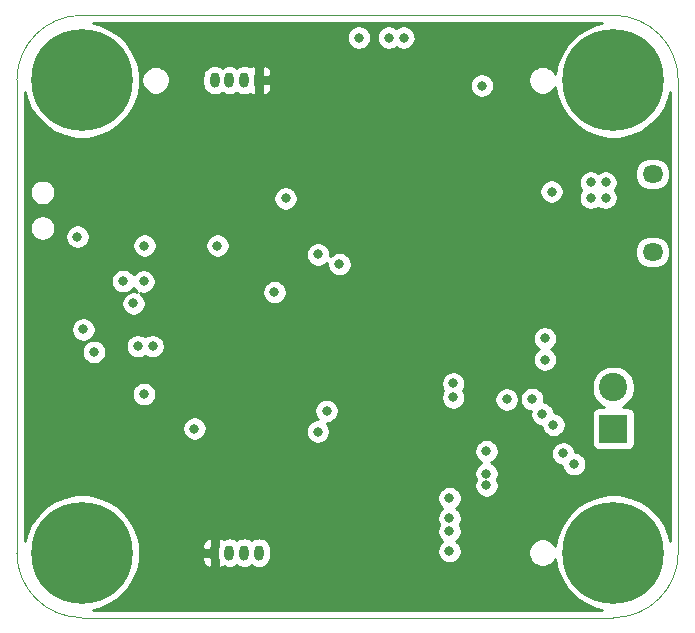
<source format=gbr>
%TF.GenerationSoftware,KiCad,Pcbnew,5.1.10-88a1d61d58~90~ubuntu21.04.1*%
%TF.CreationDate,2021-07-25T10:33:28+05:30*%
%TF.ProjectId,_autosave-STM tinker,5f617574-6f73-4617-9665-2d53544d2074,rev?*%
%TF.SameCoordinates,Original*%
%TF.FileFunction,Copper,L3,Inr*%
%TF.FilePolarity,Positive*%
%FSLAX46Y46*%
G04 Gerber Fmt 4.6, Leading zero omitted, Abs format (unit mm)*
G04 Created by KiCad (PCBNEW 5.1.10-88a1d61d58~90~ubuntu21.04.1) date 2021-07-25 10:33:28*
%MOMM*%
%LPD*%
G01*
G04 APERTURE LIST*
%TA.AperFunction,Profile*%
%ADD10C,0.050000*%
%TD*%
%TA.AperFunction,ComponentPad*%
%ADD11C,8.600000*%
%TD*%
%TA.AperFunction,ComponentPad*%
%ADD12C,0.900000*%
%TD*%
%TA.AperFunction,ComponentPad*%
%ADD13R,2.400000X2.400000*%
%TD*%
%TA.AperFunction,ComponentPad*%
%ADD14C,2.400000*%
%TD*%
%TA.AperFunction,ComponentPad*%
%ADD15O,0.800000X1.300000*%
%TD*%
%TA.AperFunction,ComponentPad*%
%ADD16O,1.750000X1.500000*%
%TD*%
%TA.AperFunction,ViaPad*%
%ADD17C,0.800000*%
%TD*%
%TA.AperFunction,Conductor*%
%ADD18C,0.254000*%
%TD*%
%TA.AperFunction,Conductor*%
%ADD19C,0.100000*%
%TD*%
G04 APERTURE END LIST*
D10*
X30750000Y-41000000D02*
G75*
G02*
X36250000Y-35500000I5500000J0D01*
G01*
X36250000Y-86500000D02*
G75*
G02*
X30750000Y-81000000I0J5500000D01*
G01*
X86750000Y-81000000D02*
G75*
G02*
X81250000Y-86500000I-5500000J0D01*
G01*
X81250000Y-35500000D02*
G75*
G02*
X86750000Y-41000000I0J-5500000D01*
G01*
X30750000Y-81000000D02*
X30750000Y-41000000D01*
X81250000Y-86500000D02*
X36250000Y-86500000D01*
X86750000Y-41000000D02*
X86750000Y-81000000D01*
X36250000Y-35500000D02*
X81250000Y-35500000D01*
D11*
%TO.N,GND*%
%TO.C,H1*%
X81250000Y-41000000D03*
D12*
X84475000Y-41000000D03*
X83530419Y-43280419D03*
X81250000Y-44225000D03*
X78969581Y-43280419D03*
X78025000Y-41000000D03*
X78969581Y-38719581D03*
X81250000Y-37775000D03*
X83530419Y-38719581D03*
%TD*%
%TO.N,GND*%
%TO.C,H2*%
X83530419Y-78719581D03*
X81250000Y-77775000D03*
X78969581Y-78719581D03*
X78025000Y-81000000D03*
X78969581Y-83280419D03*
X81250000Y-84225000D03*
X83530419Y-83280419D03*
X84475000Y-81000000D03*
D11*
X81250000Y-81000000D03*
%TD*%
%TO.N,GND*%
%TO.C,H3*%
X36250000Y-81000000D03*
D12*
X39475000Y-81000000D03*
X38530419Y-83280419D03*
X36250000Y-84225000D03*
X33969581Y-83280419D03*
X33025000Y-81000000D03*
X33969581Y-78719581D03*
X36250000Y-77775000D03*
X38530419Y-78719581D03*
%TD*%
%TO.N,GND*%
%TO.C,H4*%
X38530419Y-38719581D03*
X36250000Y-37775000D03*
X33969581Y-38719581D03*
X33025000Y-41000000D03*
X33969581Y-43280419D03*
X36250000Y-44225000D03*
X38530419Y-43280419D03*
X39475000Y-41000000D03*
D11*
X36250000Y-41000000D03*
%TD*%
D13*
%TO.N,+12V*%
%TO.C,J1*%
X81250000Y-70500000D03*
D14*
%TO.N,GND*%
X81250000Y-67000000D03*
%TD*%
D15*
%TO.N,GND*%
%TO.C,J3*%
X47500000Y-41000000D03*
%TO.N,I2C1_SDA*%
X48750000Y-41000000D03*
%TO.N,I2C1_SCL*%
X50000000Y-41000000D03*
%TO.N,+3V3*%
%TA.AperFunction,ComponentPad*%
G36*
G01*
X51650000Y-40550000D02*
X51650000Y-41450000D01*
G75*
G02*
X51450000Y-41650000I-200000J0D01*
G01*
X51050000Y-41650000D01*
G75*
G02*
X50850000Y-41450000I0J200000D01*
G01*
X50850000Y-40550000D01*
G75*
G02*
X51050000Y-40350000I200000J0D01*
G01*
X51450000Y-40350000D01*
G75*
G02*
X51650000Y-40550000I0J-200000D01*
G01*
G37*
%TD.AperFunction*%
%TD*%
%TO.N,+3V3*%
%TO.C,J4*%
%TA.AperFunction,ComponentPad*%
G36*
G01*
X47100000Y-81450000D02*
X47100000Y-80550000D01*
G75*
G02*
X47300000Y-80350000I200000J0D01*
G01*
X47700000Y-80350000D01*
G75*
G02*
X47900000Y-80550000I0J-200000D01*
G01*
X47900000Y-81450000D01*
G75*
G02*
X47700000Y-81650000I-200000J0D01*
G01*
X47300000Y-81650000D01*
G75*
G02*
X47100000Y-81450000I0J200000D01*
G01*
G37*
%TD.AperFunction*%
%TO.N,USART3_TX*%
X48750000Y-81000000D03*
%TO.N,USART3_RX*%
X50000000Y-81000000D03*
%TO.N,GND*%
X51250000Y-81000000D03*
%TD*%
D16*
%TO.N,Net-(J5-Pad6)*%
%TO.C,J5*%
X84575000Y-55550000D03*
X84575000Y-48950000D03*
%TD*%
D17*
%TO.N,GND*%
X41550000Y-55000000D03*
X35875000Y-54250000D03*
X47725000Y-55000000D03*
X39750000Y-58000000D03*
X37275000Y-64000000D03*
X41000000Y-63525000D03*
X42250000Y-63525000D03*
X41500000Y-67575000D03*
X45775000Y-70500000D03*
X56225000Y-70750000D03*
X56975000Y-69000000D03*
X56250000Y-55750000D03*
X58050000Y-56575000D03*
X70125000Y-41450000D03*
X80600000Y-50950000D03*
X79350000Y-50950000D03*
X79350000Y-49650000D03*
X80600000Y-49650000D03*
X67700000Y-66675000D03*
X67700000Y-67850000D03*
X72225000Y-68025000D03*
X74375000Y-68000000D03*
X75450000Y-62850000D03*
X75450000Y-64650000D03*
X77000000Y-72600000D03*
X77925000Y-73500000D03*
X76175000Y-70175000D03*
X75250000Y-69275000D03*
X67375000Y-76375000D03*
X67375000Y-78075000D03*
X67375000Y-79175000D03*
X67375000Y-80875000D03*
X70500000Y-74300000D03*
X70500000Y-75300000D03*
X70500000Y-72400000D03*
X41475000Y-58025000D03*
X40625000Y-59900000D03*
X36375000Y-62100000D03*
X76025000Y-50425000D03*
X63500000Y-37400000D03*
X62250000Y-37400000D03*
X59700000Y-37400000D03*
%TO.N,+3V3*%
X51725000Y-53250000D03*
X47025000Y-53250000D03*
X44000000Y-54075000D03*
X35875000Y-49750000D03*
X70100000Y-39250000D03*
X54675000Y-69600000D03*
X48250000Y-70500000D03*
X39000000Y-65725000D03*
X39025000Y-67275000D03*
X42250000Y-59750000D03*
X46000000Y-54225000D03*
X61775000Y-74575000D03*
X61775000Y-73375000D03*
X65200000Y-73375000D03*
X65200000Y-74575000D03*
X62425000Y-77250000D03*
X64600000Y-77250000D03*
X62425000Y-80000000D03*
X64600000Y-80000000D03*
X72550000Y-75075000D03*
X73500000Y-75975000D03*
X55650000Y-58050000D03*
X64800000Y-37350000D03*
%TO.N,NRST*%
X52550000Y-58950000D03*
X53500000Y-51000000D03*
%TD*%
D18*
%TO.N,+3V3*%
X79810514Y-36254650D02*
X78912401Y-36626660D01*
X78104121Y-37166735D01*
X77416735Y-37854121D01*
X76876660Y-38662401D01*
X76504650Y-39560514D01*
X76329420Y-40441452D01*
X76323175Y-40426376D01*
X76190646Y-40228032D01*
X76021968Y-40059354D01*
X75823624Y-39926825D01*
X75603236Y-39835538D01*
X75369273Y-39789000D01*
X75130727Y-39789000D01*
X74896764Y-39835538D01*
X74676376Y-39926825D01*
X74478032Y-40059354D01*
X74309354Y-40228032D01*
X74176825Y-40426376D01*
X74085538Y-40646764D01*
X74039000Y-40880727D01*
X74039000Y-41119273D01*
X74085538Y-41353236D01*
X74176825Y-41573624D01*
X74309354Y-41771968D01*
X74478032Y-41940646D01*
X74676376Y-42073175D01*
X74896764Y-42164462D01*
X75130727Y-42211000D01*
X75369273Y-42211000D01*
X75603236Y-42164462D01*
X75823624Y-42073175D01*
X76021968Y-41940646D01*
X76190646Y-41771968D01*
X76323175Y-41573624D01*
X76329420Y-41558548D01*
X76504650Y-42439486D01*
X76876660Y-43337599D01*
X77416735Y-44145879D01*
X78104121Y-44833265D01*
X78912401Y-45373340D01*
X79810514Y-45745350D01*
X80763945Y-45935000D01*
X81736055Y-45935000D01*
X82689486Y-45745350D01*
X83587599Y-45373340D01*
X84395879Y-44833265D01*
X85083265Y-44145879D01*
X85623340Y-43337599D01*
X85995350Y-42439486D01*
X86090000Y-41963650D01*
X86090000Y-48932731D01*
X86064960Y-48678493D01*
X85985764Y-48417419D01*
X85857157Y-48176812D01*
X85684081Y-47965919D01*
X85473188Y-47792843D01*
X85232581Y-47664236D01*
X84971507Y-47585040D01*
X84768037Y-47565000D01*
X84381963Y-47565000D01*
X84178493Y-47585040D01*
X83917419Y-47664236D01*
X83676812Y-47792843D01*
X83465919Y-47965919D01*
X83292843Y-48176812D01*
X83164236Y-48417419D01*
X83085040Y-48678493D01*
X83058299Y-48950000D01*
X83085040Y-49221507D01*
X83164236Y-49482581D01*
X83292843Y-49723188D01*
X83465919Y-49934081D01*
X83676812Y-50107157D01*
X83917419Y-50235764D01*
X84178493Y-50314960D01*
X84381963Y-50335000D01*
X84768037Y-50335000D01*
X84971507Y-50314960D01*
X85232581Y-50235764D01*
X85473188Y-50107157D01*
X85684081Y-49934081D01*
X85857157Y-49723188D01*
X85985764Y-49482581D01*
X86064960Y-49221507D01*
X86090000Y-48967269D01*
X86090000Y-55532733D01*
X86064960Y-55278493D01*
X85985764Y-55017419D01*
X85857157Y-54776812D01*
X85684081Y-54565919D01*
X85473188Y-54392843D01*
X85232581Y-54264236D01*
X84971507Y-54185040D01*
X84768037Y-54165000D01*
X84381963Y-54165000D01*
X84178493Y-54185040D01*
X83917419Y-54264236D01*
X83676812Y-54392843D01*
X83465919Y-54565919D01*
X83292843Y-54776812D01*
X83164236Y-55017419D01*
X83085040Y-55278493D01*
X83058299Y-55550000D01*
X83085040Y-55821507D01*
X83164236Y-56082581D01*
X83292843Y-56323188D01*
X83465919Y-56534081D01*
X83676812Y-56707157D01*
X83917419Y-56835764D01*
X84178493Y-56914960D01*
X84381963Y-56935000D01*
X84768037Y-56935000D01*
X84971507Y-56914960D01*
X85232581Y-56835764D01*
X85473188Y-56707157D01*
X85684081Y-56534081D01*
X85857157Y-56323188D01*
X85985764Y-56082581D01*
X86064960Y-55821507D01*
X86090000Y-55567267D01*
X86090001Y-80036355D01*
X85995350Y-79560514D01*
X85623340Y-78662401D01*
X85083265Y-77854121D01*
X84395879Y-77166735D01*
X83587599Y-76626660D01*
X82689486Y-76254650D01*
X81736055Y-76065000D01*
X80763945Y-76065000D01*
X79810514Y-76254650D01*
X78912401Y-76626660D01*
X78104121Y-77166735D01*
X77416735Y-77854121D01*
X76876660Y-78662401D01*
X76504650Y-79560514D01*
X76329420Y-80441452D01*
X76323175Y-80426376D01*
X76190646Y-80228032D01*
X76021968Y-80059354D01*
X75823624Y-79926825D01*
X75603236Y-79835538D01*
X75369273Y-79789000D01*
X75130727Y-79789000D01*
X74896764Y-79835538D01*
X74676376Y-79926825D01*
X74478032Y-80059354D01*
X74309354Y-80228032D01*
X74176825Y-80426376D01*
X74085538Y-80646764D01*
X74039000Y-80880727D01*
X74039000Y-81119273D01*
X74085538Y-81353236D01*
X74176825Y-81573624D01*
X74309354Y-81771968D01*
X74478032Y-81940646D01*
X74676376Y-82073175D01*
X74896764Y-82164462D01*
X75130727Y-82211000D01*
X75369273Y-82211000D01*
X75603236Y-82164462D01*
X75823624Y-82073175D01*
X76021968Y-81940646D01*
X76190646Y-81771968D01*
X76323175Y-81573624D01*
X76329420Y-81558548D01*
X76504650Y-82439486D01*
X76876660Y-83337599D01*
X77416735Y-84145879D01*
X78104121Y-84833265D01*
X78912401Y-85373340D01*
X79810514Y-85745350D01*
X80286350Y-85840000D01*
X37213650Y-85840000D01*
X37689486Y-85745350D01*
X38587599Y-85373340D01*
X39395879Y-84833265D01*
X40083265Y-84145879D01*
X40623340Y-83337599D01*
X40995350Y-82439486D01*
X41152831Y-81647774D01*
X46461932Y-81647774D01*
X46473758Y-81772298D01*
X46509650Y-81892122D01*
X46568229Y-82002641D01*
X46647244Y-82099608D01*
X46743658Y-82179298D01*
X46853766Y-82238646D01*
X46973336Y-82275374D01*
X47093250Y-82285000D01*
X47252000Y-82126250D01*
X47252000Y-81248000D01*
X46623750Y-81248000D01*
X46465000Y-81406750D01*
X46461932Y-81647774D01*
X41152831Y-81647774D01*
X41185000Y-81486055D01*
X41185000Y-80513945D01*
X41152832Y-80352226D01*
X46461932Y-80352226D01*
X46465000Y-80593250D01*
X46623750Y-80752000D01*
X47252000Y-80752000D01*
X47252000Y-80699163D01*
X47715000Y-80699163D01*
X47715000Y-81300838D01*
X47729976Y-81452895D01*
X47748000Y-81512311D01*
X47748000Y-82126250D01*
X47906750Y-82285000D01*
X48026664Y-82275374D01*
X48146234Y-82238646D01*
X48256342Y-82179298D01*
X48270736Y-82167401D01*
X48352008Y-82210841D01*
X48547106Y-82270024D01*
X48750000Y-82290007D01*
X48952895Y-82270024D01*
X49147993Y-82210841D01*
X49327797Y-82114734D01*
X49375000Y-82075995D01*
X49422204Y-82114734D01*
X49602008Y-82210841D01*
X49797106Y-82270024D01*
X50000000Y-82290007D01*
X50202895Y-82270024D01*
X50397993Y-82210841D01*
X50577797Y-82114734D01*
X50625000Y-82075995D01*
X50672204Y-82114734D01*
X50852008Y-82210841D01*
X51047106Y-82270024D01*
X51250000Y-82290007D01*
X51452895Y-82270024D01*
X51647993Y-82210841D01*
X51827797Y-82114734D01*
X51985396Y-81985396D01*
X52114734Y-81827797D01*
X52210841Y-81647992D01*
X52270024Y-81452894D01*
X52285000Y-81300837D01*
X52285000Y-80699162D01*
X52270024Y-80547105D01*
X52210841Y-80352007D01*
X52114734Y-80172203D01*
X51985396Y-80014604D01*
X51827797Y-79885266D01*
X51647992Y-79789159D01*
X51452894Y-79729976D01*
X51250000Y-79709993D01*
X51047105Y-79729976D01*
X50852007Y-79789159D01*
X50672203Y-79885266D01*
X50625000Y-79924004D01*
X50577797Y-79885266D01*
X50397992Y-79789159D01*
X50202894Y-79729976D01*
X50000000Y-79709993D01*
X49797105Y-79729976D01*
X49602007Y-79789159D01*
X49422203Y-79885266D01*
X49375000Y-79924004D01*
X49327797Y-79885266D01*
X49147992Y-79789159D01*
X48952894Y-79729976D01*
X48750000Y-79709993D01*
X48547105Y-79729976D01*
X48352007Y-79789159D01*
X48270736Y-79832599D01*
X48256342Y-79820702D01*
X48146234Y-79761354D01*
X48026664Y-79724626D01*
X47906750Y-79715000D01*
X47748000Y-79873750D01*
X47748000Y-80487690D01*
X47729976Y-80547106D01*
X47715000Y-80699163D01*
X47252000Y-80699163D01*
X47252000Y-79873750D01*
X47093250Y-79715000D01*
X46973336Y-79724626D01*
X46853766Y-79761354D01*
X46743658Y-79820702D01*
X46647244Y-79900392D01*
X46568229Y-79997359D01*
X46509650Y-80107878D01*
X46473758Y-80227702D01*
X46461932Y-80352226D01*
X41152832Y-80352226D01*
X40995350Y-79560514D01*
X40623340Y-78662401D01*
X40083265Y-77854121D01*
X39395879Y-77166735D01*
X38587599Y-76626660D01*
X37733935Y-76273061D01*
X66340000Y-76273061D01*
X66340000Y-76476939D01*
X66379774Y-76676898D01*
X66457795Y-76865256D01*
X66571063Y-77034774D01*
X66715226Y-77178937D01*
X66784164Y-77225000D01*
X66715226Y-77271063D01*
X66571063Y-77415226D01*
X66457795Y-77584744D01*
X66379774Y-77773102D01*
X66340000Y-77973061D01*
X66340000Y-78176939D01*
X66379774Y-78376898D01*
X66457795Y-78565256D01*
X66497715Y-78625000D01*
X66457795Y-78684744D01*
X66379774Y-78873102D01*
X66340000Y-79073061D01*
X66340000Y-79276939D01*
X66379774Y-79476898D01*
X66457795Y-79665256D01*
X66571063Y-79834774D01*
X66715226Y-79978937D01*
X66784164Y-80025000D01*
X66715226Y-80071063D01*
X66571063Y-80215226D01*
X66457795Y-80384744D01*
X66379774Y-80573102D01*
X66340000Y-80773061D01*
X66340000Y-80976939D01*
X66379774Y-81176898D01*
X66457795Y-81365256D01*
X66571063Y-81534774D01*
X66715226Y-81678937D01*
X66884744Y-81792205D01*
X67073102Y-81870226D01*
X67273061Y-81910000D01*
X67476939Y-81910000D01*
X67676898Y-81870226D01*
X67865256Y-81792205D01*
X68034774Y-81678937D01*
X68178937Y-81534774D01*
X68292205Y-81365256D01*
X68370226Y-81176898D01*
X68410000Y-80976939D01*
X68410000Y-80773061D01*
X68370226Y-80573102D01*
X68292205Y-80384744D01*
X68178937Y-80215226D01*
X68034774Y-80071063D01*
X67965836Y-80025000D01*
X68034774Y-79978937D01*
X68178937Y-79834774D01*
X68292205Y-79665256D01*
X68370226Y-79476898D01*
X68410000Y-79276939D01*
X68410000Y-79073061D01*
X68370226Y-78873102D01*
X68292205Y-78684744D01*
X68252285Y-78625000D01*
X68292205Y-78565256D01*
X68370226Y-78376898D01*
X68410000Y-78176939D01*
X68410000Y-77973061D01*
X68370226Y-77773102D01*
X68292205Y-77584744D01*
X68178937Y-77415226D01*
X68034774Y-77271063D01*
X67965836Y-77225000D01*
X68034774Y-77178937D01*
X68178937Y-77034774D01*
X68292205Y-76865256D01*
X68370226Y-76676898D01*
X68410000Y-76476939D01*
X68410000Y-76273061D01*
X68370226Y-76073102D01*
X68292205Y-75884744D01*
X68178937Y-75715226D01*
X68034774Y-75571063D01*
X67865256Y-75457795D01*
X67676898Y-75379774D01*
X67476939Y-75340000D01*
X67273061Y-75340000D01*
X67073102Y-75379774D01*
X66884744Y-75457795D01*
X66715226Y-75571063D01*
X66571063Y-75715226D01*
X66457795Y-75884744D01*
X66379774Y-76073102D01*
X66340000Y-76273061D01*
X37733935Y-76273061D01*
X37689486Y-76254650D01*
X36736055Y-76065000D01*
X35763945Y-76065000D01*
X34810514Y-76254650D01*
X33912401Y-76626660D01*
X33104121Y-77166735D01*
X32416735Y-77854121D01*
X31876660Y-78662401D01*
X31504650Y-79560514D01*
X31410000Y-80036350D01*
X31410000Y-72298061D01*
X69465000Y-72298061D01*
X69465000Y-72501939D01*
X69504774Y-72701898D01*
X69582795Y-72890256D01*
X69696063Y-73059774D01*
X69840226Y-73203937D01*
X70009744Y-73317205D01*
X70088918Y-73350000D01*
X70009744Y-73382795D01*
X69840226Y-73496063D01*
X69696063Y-73640226D01*
X69582795Y-73809744D01*
X69504774Y-73998102D01*
X69465000Y-74198061D01*
X69465000Y-74401939D01*
X69504774Y-74601898D01*
X69582795Y-74790256D01*
X69589306Y-74800000D01*
X69582795Y-74809744D01*
X69504774Y-74998102D01*
X69465000Y-75198061D01*
X69465000Y-75401939D01*
X69504774Y-75601898D01*
X69582795Y-75790256D01*
X69696063Y-75959774D01*
X69840226Y-76103937D01*
X70009744Y-76217205D01*
X70198102Y-76295226D01*
X70398061Y-76335000D01*
X70601939Y-76335000D01*
X70801898Y-76295226D01*
X70990256Y-76217205D01*
X71159774Y-76103937D01*
X71303937Y-75959774D01*
X71417205Y-75790256D01*
X71495226Y-75601898D01*
X71535000Y-75401939D01*
X71535000Y-75198061D01*
X71495226Y-74998102D01*
X71417205Y-74809744D01*
X71410694Y-74800000D01*
X71417205Y-74790256D01*
X71495226Y-74601898D01*
X71535000Y-74401939D01*
X71535000Y-74198061D01*
X71495226Y-73998102D01*
X71417205Y-73809744D01*
X71303937Y-73640226D01*
X71159774Y-73496063D01*
X70990256Y-73382795D01*
X70911082Y-73350000D01*
X70990256Y-73317205D01*
X71159774Y-73203937D01*
X71303937Y-73059774D01*
X71417205Y-72890256D01*
X71495226Y-72701898D01*
X71535000Y-72501939D01*
X71535000Y-72498061D01*
X75965000Y-72498061D01*
X75965000Y-72701939D01*
X76004774Y-72901898D01*
X76082795Y-73090256D01*
X76196063Y-73259774D01*
X76340226Y-73403937D01*
X76509744Y-73517205D01*
X76698102Y-73595226D01*
X76896515Y-73634692D01*
X76929774Y-73801898D01*
X77007795Y-73990256D01*
X77121063Y-74159774D01*
X77265226Y-74303937D01*
X77434744Y-74417205D01*
X77623102Y-74495226D01*
X77823061Y-74535000D01*
X78026939Y-74535000D01*
X78226898Y-74495226D01*
X78415256Y-74417205D01*
X78584774Y-74303937D01*
X78728937Y-74159774D01*
X78842205Y-73990256D01*
X78920226Y-73801898D01*
X78960000Y-73601939D01*
X78960000Y-73398061D01*
X78920226Y-73198102D01*
X78842205Y-73009744D01*
X78728937Y-72840226D01*
X78584774Y-72696063D01*
X78415256Y-72582795D01*
X78226898Y-72504774D01*
X78028485Y-72465308D01*
X77995226Y-72298102D01*
X77917205Y-72109744D01*
X77803937Y-71940226D01*
X77659774Y-71796063D01*
X77490256Y-71682795D01*
X77301898Y-71604774D01*
X77101939Y-71565000D01*
X76898061Y-71565000D01*
X76698102Y-71604774D01*
X76509744Y-71682795D01*
X76340226Y-71796063D01*
X76196063Y-71940226D01*
X76082795Y-72109744D01*
X76004774Y-72298102D01*
X75965000Y-72498061D01*
X71535000Y-72498061D01*
X71535000Y-72298061D01*
X71495226Y-72098102D01*
X71417205Y-71909744D01*
X71303937Y-71740226D01*
X71159774Y-71596063D01*
X70990256Y-71482795D01*
X70801898Y-71404774D01*
X70601939Y-71365000D01*
X70398061Y-71365000D01*
X70198102Y-71404774D01*
X70009744Y-71482795D01*
X69840226Y-71596063D01*
X69696063Y-71740226D01*
X69582795Y-71909744D01*
X69504774Y-72098102D01*
X69465000Y-72298061D01*
X31410000Y-72298061D01*
X31410000Y-70398061D01*
X44740000Y-70398061D01*
X44740000Y-70601939D01*
X44779774Y-70801898D01*
X44857795Y-70990256D01*
X44971063Y-71159774D01*
X45115226Y-71303937D01*
X45284744Y-71417205D01*
X45473102Y-71495226D01*
X45673061Y-71535000D01*
X45876939Y-71535000D01*
X46076898Y-71495226D01*
X46265256Y-71417205D01*
X46434774Y-71303937D01*
X46578937Y-71159774D01*
X46692205Y-70990256D01*
X46770226Y-70801898D01*
X46800825Y-70648061D01*
X55190000Y-70648061D01*
X55190000Y-70851939D01*
X55229774Y-71051898D01*
X55307795Y-71240256D01*
X55421063Y-71409774D01*
X55565226Y-71553937D01*
X55734744Y-71667205D01*
X55923102Y-71745226D01*
X56123061Y-71785000D01*
X56326939Y-71785000D01*
X56526898Y-71745226D01*
X56715256Y-71667205D01*
X56884774Y-71553937D01*
X57028937Y-71409774D01*
X57142205Y-71240256D01*
X57220226Y-71051898D01*
X57260000Y-70851939D01*
X57260000Y-70648061D01*
X57220226Y-70448102D01*
X57142205Y-70259744D01*
X57028937Y-70090226D01*
X56973711Y-70035000D01*
X57076939Y-70035000D01*
X57276898Y-69995226D01*
X57465256Y-69917205D01*
X57634774Y-69803937D01*
X57778937Y-69659774D01*
X57892205Y-69490256D01*
X57970226Y-69301898D01*
X58010000Y-69101939D01*
X58010000Y-68898061D01*
X57970226Y-68698102D01*
X57892205Y-68509744D01*
X57778937Y-68340226D01*
X57634774Y-68196063D01*
X57465256Y-68082795D01*
X57276898Y-68004774D01*
X57076939Y-67965000D01*
X56873061Y-67965000D01*
X56673102Y-68004774D01*
X56484744Y-68082795D01*
X56315226Y-68196063D01*
X56171063Y-68340226D01*
X56057795Y-68509744D01*
X55979774Y-68698102D01*
X55940000Y-68898061D01*
X55940000Y-69101939D01*
X55979774Y-69301898D01*
X56057795Y-69490256D01*
X56171063Y-69659774D01*
X56226289Y-69715000D01*
X56123061Y-69715000D01*
X55923102Y-69754774D01*
X55734744Y-69832795D01*
X55565226Y-69946063D01*
X55421063Y-70090226D01*
X55307795Y-70259744D01*
X55229774Y-70448102D01*
X55190000Y-70648061D01*
X46800825Y-70648061D01*
X46810000Y-70601939D01*
X46810000Y-70398061D01*
X46770226Y-70198102D01*
X46692205Y-70009744D01*
X46578937Y-69840226D01*
X46434774Y-69696063D01*
X46265256Y-69582795D01*
X46076898Y-69504774D01*
X45876939Y-69465000D01*
X45673061Y-69465000D01*
X45473102Y-69504774D01*
X45284744Y-69582795D01*
X45115226Y-69696063D01*
X44971063Y-69840226D01*
X44857795Y-70009744D01*
X44779774Y-70198102D01*
X44740000Y-70398061D01*
X31410000Y-70398061D01*
X31410000Y-67473061D01*
X40465000Y-67473061D01*
X40465000Y-67676939D01*
X40504774Y-67876898D01*
X40582795Y-68065256D01*
X40696063Y-68234774D01*
X40840226Y-68378937D01*
X41009744Y-68492205D01*
X41198102Y-68570226D01*
X41398061Y-68610000D01*
X41601939Y-68610000D01*
X41801898Y-68570226D01*
X41990256Y-68492205D01*
X42159774Y-68378937D01*
X42303937Y-68234774D01*
X42417205Y-68065256D01*
X42495226Y-67876898D01*
X42535000Y-67676939D01*
X42535000Y-67473061D01*
X42495226Y-67273102D01*
X42417205Y-67084744D01*
X42303937Y-66915226D01*
X42159774Y-66771063D01*
X41990256Y-66657795D01*
X41801898Y-66579774D01*
X41768150Y-66573061D01*
X66665000Y-66573061D01*
X66665000Y-66776939D01*
X66704774Y-66976898D01*
X66782795Y-67165256D01*
X66847771Y-67262500D01*
X66782795Y-67359744D01*
X66704774Y-67548102D01*
X66665000Y-67748061D01*
X66665000Y-67951939D01*
X66704774Y-68151898D01*
X66782795Y-68340256D01*
X66896063Y-68509774D01*
X67040226Y-68653937D01*
X67209744Y-68767205D01*
X67398102Y-68845226D01*
X67598061Y-68885000D01*
X67801939Y-68885000D01*
X68001898Y-68845226D01*
X68190256Y-68767205D01*
X68359774Y-68653937D01*
X68503937Y-68509774D01*
X68617205Y-68340256D01*
X68695226Y-68151898D01*
X68735000Y-67951939D01*
X68735000Y-67923061D01*
X71190000Y-67923061D01*
X71190000Y-68126939D01*
X71229774Y-68326898D01*
X71307795Y-68515256D01*
X71421063Y-68684774D01*
X71565226Y-68828937D01*
X71734744Y-68942205D01*
X71923102Y-69020226D01*
X72123061Y-69060000D01*
X72326939Y-69060000D01*
X72526898Y-69020226D01*
X72715256Y-68942205D01*
X72884774Y-68828937D01*
X73028937Y-68684774D01*
X73142205Y-68515256D01*
X73220226Y-68326898D01*
X73260000Y-68126939D01*
X73260000Y-67923061D01*
X73255028Y-67898061D01*
X73340000Y-67898061D01*
X73340000Y-68101939D01*
X73379774Y-68301898D01*
X73457795Y-68490256D01*
X73571063Y-68659774D01*
X73715226Y-68803937D01*
X73884744Y-68917205D01*
X74073102Y-68995226D01*
X74243626Y-69029145D01*
X74215000Y-69173061D01*
X74215000Y-69376939D01*
X74254774Y-69576898D01*
X74332795Y-69765256D01*
X74446063Y-69934774D01*
X74590226Y-70078937D01*
X74759744Y-70192205D01*
X74948102Y-70270226D01*
X75146515Y-70309692D01*
X75179774Y-70476898D01*
X75257795Y-70665256D01*
X75371063Y-70834774D01*
X75515226Y-70978937D01*
X75684744Y-71092205D01*
X75873102Y-71170226D01*
X76073061Y-71210000D01*
X76276939Y-71210000D01*
X76476898Y-71170226D01*
X76665256Y-71092205D01*
X76834774Y-70978937D01*
X76978937Y-70834774D01*
X77092205Y-70665256D01*
X77170226Y-70476898D01*
X77210000Y-70276939D01*
X77210000Y-70073061D01*
X77170226Y-69873102D01*
X77092205Y-69684744D01*
X76978937Y-69515226D01*
X76834774Y-69371063D01*
X76728421Y-69300000D01*
X79411928Y-69300000D01*
X79411928Y-71700000D01*
X79424188Y-71824482D01*
X79460498Y-71944180D01*
X79519463Y-72054494D01*
X79598815Y-72151185D01*
X79695506Y-72230537D01*
X79805820Y-72289502D01*
X79925518Y-72325812D01*
X80050000Y-72338072D01*
X82450000Y-72338072D01*
X82574482Y-72325812D01*
X82694180Y-72289502D01*
X82804494Y-72230537D01*
X82901185Y-72151185D01*
X82980537Y-72054494D01*
X83039502Y-71944180D01*
X83075812Y-71824482D01*
X83088072Y-71700000D01*
X83088072Y-69300000D01*
X83075812Y-69175518D01*
X83039502Y-69055820D01*
X82980537Y-68945506D01*
X82901185Y-68848815D01*
X82804494Y-68769463D01*
X82694180Y-68710498D01*
X82574482Y-68674188D01*
X82450000Y-68661928D01*
X82032838Y-68661928D01*
X82119199Y-68626156D01*
X82419744Y-68425338D01*
X82675338Y-68169744D01*
X82876156Y-67869199D01*
X83014482Y-67535250D01*
X83085000Y-67180732D01*
X83085000Y-66819268D01*
X83014482Y-66464750D01*
X82876156Y-66130801D01*
X82675338Y-65830256D01*
X82419744Y-65574662D01*
X82119199Y-65373844D01*
X81785250Y-65235518D01*
X81430732Y-65165000D01*
X81069268Y-65165000D01*
X80714750Y-65235518D01*
X80380801Y-65373844D01*
X80080256Y-65574662D01*
X79824662Y-65830256D01*
X79623844Y-66130801D01*
X79485518Y-66464750D01*
X79415000Y-66819268D01*
X79415000Y-67180732D01*
X79485518Y-67535250D01*
X79623844Y-67869199D01*
X79824662Y-68169744D01*
X80080256Y-68425338D01*
X80380801Y-68626156D01*
X80467162Y-68661928D01*
X80050000Y-68661928D01*
X79925518Y-68674188D01*
X79805820Y-68710498D01*
X79695506Y-68769463D01*
X79598815Y-68848815D01*
X79519463Y-68945506D01*
X79460498Y-69055820D01*
X79424188Y-69175518D01*
X79411928Y-69300000D01*
X76728421Y-69300000D01*
X76665256Y-69257795D01*
X76476898Y-69179774D01*
X76278485Y-69140308D01*
X76245226Y-68973102D01*
X76167205Y-68784744D01*
X76053937Y-68615226D01*
X75909774Y-68471063D01*
X75740256Y-68357795D01*
X75551898Y-68279774D01*
X75381374Y-68245855D01*
X75410000Y-68101939D01*
X75410000Y-67898061D01*
X75370226Y-67698102D01*
X75292205Y-67509744D01*
X75178937Y-67340226D01*
X75034774Y-67196063D01*
X74865256Y-67082795D01*
X74676898Y-67004774D01*
X74476939Y-66965000D01*
X74273061Y-66965000D01*
X74073102Y-67004774D01*
X73884744Y-67082795D01*
X73715226Y-67196063D01*
X73571063Y-67340226D01*
X73457795Y-67509744D01*
X73379774Y-67698102D01*
X73340000Y-67898061D01*
X73255028Y-67898061D01*
X73220226Y-67723102D01*
X73142205Y-67534744D01*
X73028937Y-67365226D01*
X72884774Y-67221063D01*
X72715256Y-67107795D01*
X72526898Y-67029774D01*
X72326939Y-66990000D01*
X72123061Y-66990000D01*
X71923102Y-67029774D01*
X71734744Y-67107795D01*
X71565226Y-67221063D01*
X71421063Y-67365226D01*
X71307795Y-67534744D01*
X71229774Y-67723102D01*
X71190000Y-67923061D01*
X68735000Y-67923061D01*
X68735000Y-67748061D01*
X68695226Y-67548102D01*
X68617205Y-67359744D01*
X68552229Y-67262500D01*
X68617205Y-67165256D01*
X68695226Y-66976898D01*
X68735000Y-66776939D01*
X68735000Y-66573061D01*
X68695226Y-66373102D01*
X68617205Y-66184744D01*
X68503937Y-66015226D01*
X68359774Y-65871063D01*
X68190256Y-65757795D01*
X68001898Y-65679774D01*
X67801939Y-65640000D01*
X67598061Y-65640000D01*
X67398102Y-65679774D01*
X67209744Y-65757795D01*
X67040226Y-65871063D01*
X66896063Y-66015226D01*
X66782795Y-66184744D01*
X66704774Y-66373102D01*
X66665000Y-66573061D01*
X41768150Y-66573061D01*
X41601939Y-66540000D01*
X41398061Y-66540000D01*
X41198102Y-66579774D01*
X41009744Y-66657795D01*
X40840226Y-66771063D01*
X40696063Y-66915226D01*
X40582795Y-67084744D01*
X40504774Y-67273102D01*
X40465000Y-67473061D01*
X31410000Y-67473061D01*
X31410000Y-63898061D01*
X36240000Y-63898061D01*
X36240000Y-64101939D01*
X36279774Y-64301898D01*
X36357795Y-64490256D01*
X36471063Y-64659774D01*
X36615226Y-64803937D01*
X36784744Y-64917205D01*
X36973102Y-64995226D01*
X37173061Y-65035000D01*
X37376939Y-65035000D01*
X37576898Y-64995226D01*
X37765256Y-64917205D01*
X37934774Y-64803937D01*
X38078937Y-64659774D01*
X38192205Y-64490256D01*
X38270226Y-64301898D01*
X38310000Y-64101939D01*
X38310000Y-63898061D01*
X38270226Y-63698102D01*
X38192205Y-63509744D01*
X38134286Y-63423061D01*
X39965000Y-63423061D01*
X39965000Y-63626939D01*
X40004774Y-63826898D01*
X40082795Y-64015256D01*
X40196063Y-64184774D01*
X40340226Y-64328937D01*
X40509744Y-64442205D01*
X40698102Y-64520226D01*
X40898061Y-64560000D01*
X41101939Y-64560000D01*
X41301898Y-64520226D01*
X41490256Y-64442205D01*
X41625000Y-64352172D01*
X41759744Y-64442205D01*
X41948102Y-64520226D01*
X42148061Y-64560000D01*
X42351939Y-64560000D01*
X42551898Y-64520226D01*
X42740256Y-64442205D01*
X42909774Y-64328937D01*
X43053937Y-64184774D01*
X43167205Y-64015256D01*
X43245226Y-63826898D01*
X43285000Y-63626939D01*
X43285000Y-63423061D01*
X43245226Y-63223102D01*
X43167205Y-63034744D01*
X43053937Y-62865226D01*
X42936772Y-62748061D01*
X74415000Y-62748061D01*
X74415000Y-62951939D01*
X74454774Y-63151898D01*
X74532795Y-63340256D01*
X74646063Y-63509774D01*
X74790226Y-63653937D01*
X74933995Y-63750000D01*
X74790226Y-63846063D01*
X74646063Y-63990226D01*
X74532795Y-64159744D01*
X74454774Y-64348102D01*
X74415000Y-64548061D01*
X74415000Y-64751939D01*
X74454774Y-64951898D01*
X74532795Y-65140256D01*
X74646063Y-65309774D01*
X74790226Y-65453937D01*
X74959744Y-65567205D01*
X75148102Y-65645226D01*
X75348061Y-65685000D01*
X75551939Y-65685000D01*
X75751898Y-65645226D01*
X75940256Y-65567205D01*
X76109774Y-65453937D01*
X76253937Y-65309774D01*
X76367205Y-65140256D01*
X76445226Y-64951898D01*
X76485000Y-64751939D01*
X76485000Y-64548061D01*
X76445226Y-64348102D01*
X76367205Y-64159744D01*
X76253937Y-63990226D01*
X76109774Y-63846063D01*
X75966005Y-63750000D01*
X76109774Y-63653937D01*
X76253937Y-63509774D01*
X76367205Y-63340256D01*
X76445226Y-63151898D01*
X76485000Y-62951939D01*
X76485000Y-62748061D01*
X76445226Y-62548102D01*
X76367205Y-62359744D01*
X76253937Y-62190226D01*
X76109774Y-62046063D01*
X75940256Y-61932795D01*
X75751898Y-61854774D01*
X75551939Y-61815000D01*
X75348061Y-61815000D01*
X75148102Y-61854774D01*
X74959744Y-61932795D01*
X74790226Y-62046063D01*
X74646063Y-62190226D01*
X74532795Y-62359744D01*
X74454774Y-62548102D01*
X74415000Y-62748061D01*
X42936772Y-62748061D01*
X42909774Y-62721063D01*
X42740256Y-62607795D01*
X42551898Y-62529774D01*
X42351939Y-62490000D01*
X42148061Y-62490000D01*
X41948102Y-62529774D01*
X41759744Y-62607795D01*
X41625000Y-62697828D01*
X41490256Y-62607795D01*
X41301898Y-62529774D01*
X41101939Y-62490000D01*
X40898061Y-62490000D01*
X40698102Y-62529774D01*
X40509744Y-62607795D01*
X40340226Y-62721063D01*
X40196063Y-62865226D01*
X40082795Y-63034744D01*
X40004774Y-63223102D01*
X39965000Y-63423061D01*
X38134286Y-63423061D01*
X38078937Y-63340226D01*
X37934774Y-63196063D01*
X37765256Y-63082795D01*
X37576898Y-63004774D01*
X37376939Y-62965000D01*
X37173061Y-62965000D01*
X36973102Y-63004774D01*
X36784744Y-63082795D01*
X36615226Y-63196063D01*
X36471063Y-63340226D01*
X36357795Y-63509744D01*
X36279774Y-63698102D01*
X36240000Y-63898061D01*
X31410000Y-63898061D01*
X31410000Y-61998061D01*
X35340000Y-61998061D01*
X35340000Y-62201939D01*
X35379774Y-62401898D01*
X35457795Y-62590256D01*
X35571063Y-62759774D01*
X35715226Y-62903937D01*
X35884744Y-63017205D01*
X36073102Y-63095226D01*
X36273061Y-63135000D01*
X36476939Y-63135000D01*
X36676898Y-63095226D01*
X36865256Y-63017205D01*
X37034774Y-62903937D01*
X37178937Y-62759774D01*
X37292205Y-62590256D01*
X37370226Y-62401898D01*
X37410000Y-62201939D01*
X37410000Y-61998061D01*
X37370226Y-61798102D01*
X37292205Y-61609744D01*
X37178937Y-61440226D01*
X37034774Y-61296063D01*
X36865256Y-61182795D01*
X36676898Y-61104774D01*
X36476939Y-61065000D01*
X36273061Y-61065000D01*
X36073102Y-61104774D01*
X35884744Y-61182795D01*
X35715226Y-61296063D01*
X35571063Y-61440226D01*
X35457795Y-61609744D01*
X35379774Y-61798102D01*
X35340000Y-61998061D01*
X31410000Y-61998061D01*
X31410000Y-57898061D01*
X38715000Y-57898061D01*
X38715000Y-58101939D01*
X38754774Y-58301898D01*
X38832795Y-58490256D01*
X38946063Y-58659774D01*
X39090226Y-58803937D01*
X39259744Y-58917205D01*
X39448102Y-58995226D01*
X39648061Y-59035000D01*
X39851939Y-59035000D01*
X40051898Y-58995226D01*
X40240256Y-58917205D01*
X40409774Y-58803937D01*
X40553937Y-58659774D01*
X40604148Y-58584628D01*
X40671063Y-58684774D01*
X40815226Y-58828937D01*
X40931703Y-58906764D01*
X40926898Y-58904774D01*
X40726939Y-58865000D01*
X40523061Y-58865000D01*
X40323102Y-58904774D01*
X40134744Y-58982795D01*
X39965226Y-59096063D01*
X39821063Y-59240226D01*
X39707795Y-59409744D01*
X39629774Y-59598102D01*
X39590000Y-59798061D01*
X39590000Y-60001939D01*
X39629774Y-60201898D01*
X39707795Y-60390256D01*
X39821063Y-60559774D01*
X39965226Y-60703937D01*
X40134744Y-60817205D01*
X40323102Y-60895226D01*
X40523061Y-60935000D01*
X40726939Y-60935000D01*
X40926898Y-60895226D01*
X41115256Y-60817205D01*
X41284774Y-60703937D01*
X41428937Y-60559774D01*
X41542205Y-60390256D01*
X41620226Y-60201898D01*
X41660000Y-60001939D01*
X41660000Y-59798061D01*
X41620226Y-59598102D01*
X41542205Y-59409744D01*
X41428937Y-59240226D01*
X41284774Y-59096063D01*
X41168297Y-59018236D01*
X41173102Y-59020226D01*
X41373061Y-59060000D01*
X41576939Y-59060000D01*
X41776898Y-59020226D01*
X41965256Y-58942205D01*
X42106152Y-58848061D01*
X51515000Y-58848061D01*
X51515000Y-59051939D01*
X51554774Y-59251898D01*
X51632795Y-59440256D01*
X51746063Y-59609774D01*
X51890226Y-59753937D01*
X52059744Y-59867205D01*
X52248102Y-59945226D01*
X52448061Y-59985000D01*
X52651939Y-59985000D01*
X52851898Y-59945226D01*
X53040256Y-59867205D01*
X53209774Y-59753937D01*
X53353937Y-59609774D01*
X53467205Y-59440256D01*
X53545226Y-59251898D01*
X53585000Y-59051939D01*
X53585000Y-58848061D01*
X53545226Y-58648102D01*
X53467205Y-58459744D01*
X53353937Y-58290226D01*
X53209774Y-58146063D01*
X53040256Y-58032795D01*
X52851898Y-57954774D01*
X52651939Y-57915000D01*
X52448061Y-57915000D01*
X52248102Y-57954774D01*
X52059744Y-58032795D01*
X51890226Y-58146063D01*
X51746063Y-58290226D01*
X51632795Y-58459744D01*
X51554774Y-58648102D01*
X51515000Y-58848061D01*
X42106152Y-58848061D01*
X42134774Y-58828937D01*
X42278937Y-58684774D01*
X42392205Y-58515256D01*
X42470226Y-58326898D01*
X42510000Y-58126939D01*
X42510000Y-57923061D01*
X42470226Y-57723102D01*
X42392205Y-57534744D01*
X42278937Y-57365226D01*
X42134774Y-57221063D01*
X41965256Y-57107795D01*
X41776898Y-57029774D01*
X41576939Y-56990000D01*
X41373061Y-56990000D01*
X41173102Y-57029774D01*
X40984744Y-57107795D01*
X40815226Y-57221063D01*
X40671063Y-57365226D01*
X40620852Y-57440372D01*
X40553937Y-57340226D01*
X40409774Y-57196063D01*
X40240256Y-57082795D01*
X40051898Y-57004774D01*
X39851939Y-56965000D01*
X39648061Y-56965000D01*
X39448102Y-57004774D01*
X39259744Y-57082795D01*
X39090226Y-57196063D01*
X38946063Y-57340226D01*
X38832795Y-57509744D01*
X38754774Y-57698102D01*
X38715000Y-57898061D01*
X31410000Y-57898061D01*
X31410000Y-53393137D01*
X31835000Y-53393137D01*
X31835000Y-53606863D01*
X31876696Y-53816483D01*
X31958485Y-54013940D01*
X32077225Y-54191647D01*
X32228353Y-54342775D01*
X32406060Y-54461515D01*
X32603517Y-54543304D01*
X32813137Y-54585000D01*
X33026863Y-54585000D01*
X33236483Y-54543304D01*
X33433940Y-54461515D01*
X33611647Y-54342775D01*
X33762775Y-54191647D01*
X33791898Y-54148061D01*
X34840000Y-54148061D01*
X34840000Y-54351939D01*
X34879774Y-54551898D01*
X34957795Y-54740256D01*
X35071063Y-54909774D01*
X35215226Y-55053937D01*
X35384744Y-55167205D01*
X35573102Y-55245226D01*
X35773061Y-55285000D01*
X35976939Y-55285000D01*
X36176898Y-55245226D01*
X36365256Y-55167205D01*
X36534774Y-55053937D01*
X36678937Y-54909774D01*
X36686763Y-54898061D01*
X40515000Y-54898061D01*
X40515000Y-55101939D01*
X40554774Y-55301898D01*
X40632795Y-55490256D01*
X40746063Y-55659774D01*
X40890226Y-55803937D01*
X41059744Y-55917205D01*
X41248102Y-55995226D01*
X41448061Y-56035000D01*
X41651939Y-56035000D01*
X41851898Y-55995226D01*
X42040256Y-55917205D01*
X42209774Y-55803937D01*
X42353937Y-55659774D01*
X42467205Y-55490256D01*
X42545226Y-55301898D01*
X42585000Y-55101939D01*
X42585000Y-54898061D01*
X46690000Y-54898061D01*
X46690000Y-55101939D01*
X46729774Y-55301898D01*
X46807795Y-55490256D01*
X46921063Y-55659774D01*
X47065226Y-55803937D01*
X47234744Y-55917205D01*
X47423102Y-55995226D01*
X47623061Y-56035000D01*
X47826939Y-56035000D01*
X48026898Y-55995226D01*
X48215256Y-55917205D01*
X48384774Y-55803937D01*
X48528937Y-55659774D01*
X48536763Y-55648061D01*
X55215000Y-55648061D01*
X55215000Y-55851939D01*
X55254774Y-56051898D01*
X55332795Y-56240256D01*
X55446063Y-56409774D01*
X55590226Y-56553937D01*
X55759744Y-56667205D01*
X55948102Y-56745226D01*
X56148061Y-56785000D01*
X56351939Y-56785000D01*
X56551898Y-56745226D01*
X56740256Y-56667205D01*
X56909774Y-56553937D01*
X57021046Y-56442665D01*
X57015000Y-56473061D01*
X57015000Y-56676939D01*
X57054774Y-56876898D01*
X57132795Y-57065256D01*
X57246063Y-57234774D01*
X57390226Y-57378937D01*
X57559744Y-57492205D01*
X57748102Y-57570226D01*
X57948061Y-57610000D01*
X58151939Y-57610000D01*
X58351898Y-57570226D01*
X58540256Y-57492205D01*
X58709774Y-57378937D01*
X58853937Y-57234774D01*
X58967205Y-57065256D01*
X59045226Y-56876898D01*
X59085000Y-56676939D01*
X59085000Y-56473061D01*
X59045226Y-56273102D01*
X58967205Y-56084744D01*
X58853937Y-55915226D01*
X58709774Y-55771063D01*
X58540256Y-55657795D01*
X58351898Y-55579774D01*
X58151939Y-55540000D01*
X57948061Y-55540000D01*
X57748102Y-55579774D01*
X57559744Y-55657795D01*
X57390226Y-55771063D01*
X57278954Y-55882335D01*
X57285000Y-55851939D01*
X57285000Y-55648061D01*
X57245226Y-55448102D01*
X57167205Y-55259744D01*
X57053937Y-55090226D01*
X56909774Y-54946063D01*
X56740256Y-54832795D01*
X56551898Y-54754774D01*
X56351939Y-54715000D01*
X56148061Y-54715000D01*
X55948102Y-54754774D01*
X55759744Y-54832795D01*
X55590226Y-54946063D01*
X55446063Y-55090226D01*
X55332795Y-55259744D01*
X55254774Y-55448102D01*
X55215000Y-55648061D01*
X48536763Y-55648061D01*
X48642205Y-55490256D01*
X48720226Y-55301898D01*
X48760000Y-55101939D01*
X48760000Y-54898061D01*
X48720226Y-54698102D01*
X48642205Y-54509744D01*
X48528937Y-54340226D01*
X48384774Y-54196063D01*
X48215256Y-54082795D01*
X48026898Y-54004774D01*
X47826939Y-53965000D01*
X47623061Y-53965000D01*
X47423102Y-54004774D01*
X47234744Y-54082795D01*
X47065226Y-54196063D01*
X46921063Y-54340226D01*
X46807795Y-54509744D01*
X46729774Y-54698102D01*
X46690000Y-54898061D01*
X42585000Y-54898061D01*
X42545226Y-54698102D01*
X42467205Y-54509744D01*
X42353937Y-54340226D01*
X42209774Y-54196063D01*
X42040256Y-54082795D01*
X41851898Y-54004774D01*
X41651939Y-53965000D01*
X41448061Y-53965000D01*
X41248102Y-54004774D01*
X41059744Y-54082795D01*
X40890226Y-54196063D01*
X40746063Y-54340226D01*
X40632795Y-54509744D01*
X40554774Y-54698102D01*
X40515000Y-54898061D01*
X36686763Y-54898061D01*
X36792205Y-54740256D01*
X36870226Y-54551898D01*
X36910000Y-54351939D01*
X36910000Y-54148061D01*
X36870226Y-53948102D01*
X36792205Y-53759744D01*
X36678937Y-53590226D01*
X36534774Y-53446063D01*
X36365256Y-53332795D01*
X36176898Y-53254774D01*
X35976939Y-53215000D01*
X35773061Y-53215000D01*
X35573102Y-53254774D01*
X35384744Y-53332795D01*
X35215226Y-53446063D01*
X35071063Y-53590226D01*
X34957795Y-53759744D01*
X34879774Y-53948102D01*
X34840000Y-54148061D01*
X33791898Y-54148061D01*
X33881515Y-54013940D01*
X33963304Y-53816483D01*
X34005000Y-53606863D01*
X34005000Y-53393137D01*
X33963304Y-53183517D01*
X33881515Y-52986060D01*
X33762775Y-52808353D01*
X33611647Y-52657225D01*
X33433940Y-52538485D01*
X33236483Y-52456696D01*
X33026863Y-52415000D01*
X32813137Y-52415000D01*
X32603517Y-52456696D01*
X32406060Y-52538485D01*
X32228353Y-52657225D01*
X32077225Y-52808353D01*
X31958485Y-52986060D01*
X31876696Y-53183517D01*
X31835000Y-53393137D01*
X31410000Y-53393137D01*
X31410000Y-50393137D01*
X31835000Y-50393137D01*
X31835000Y-50606863D01*
X31876696Y-50816483D01*
X31958485Y-51013940D01*
X32077225Y-51191647D01*
X32228353Y-51342775D01*
X32406060Y-51461515D01*
X32603517Y-51543304D01*
X32813137Y-51585000D01*
X33026863Y-51585000D01*
X33236483Y-51543304D01*
X33433940Y-51461515D01*
X33611647Y-51342775D01*
X33762775Y-51191647D01*
X33881515Y-51013940D01*
X33929513Y-50898061D01*
X52465000Y-50898061D01*
X52465000Y-51101939D01*
X52504774Y-51301898D01*
X52582795Y-51490256D01*
X52696063Y-51659774D01*
X52840226Y-51803937D01*
X53009744Y-51917205D01*
X53198102Y-51995226D01*
X53398061Y-52035000D01*
X53601939Y-52035000D01*
X53801898Y-51995226D01*
X53990256Y-51917205D01*
X54159774Y-51803937D01*
X54303937Y-51659774D01*
X54417205Y-51490256D01*
X54495226Y-51301898D01*
X54535000Y-51101939D01*
X54535000Y-50898061D01*
X54495226Y-50698102D01*
X54417205Y-50509744D01*
X54303937Y-50340226D01*
X54286772Y-50323061D01*
X74990000Y-50323061D01*
X74990000Y-50526939D01*
X75029774Y-50726898D01*
X75107795Y-50915256D01*
X75221063Y-51084774D01*
X75365226Y-51228937D01*
X75534744Y-51342205D01*
X75723102Y-51420226D01*
X75923061Y-51460000D01*
X76126939Y-51460000D01*
X76326898Y-51420226D01*
X76515256Y-51342205D01*
X76684774Y-51228937D01*
X76828937Y-51084774D01*
X76942205Y-50915256D01*
X77020226Y-50726898D01*
X77060000Y-50526939D01*
X77060000Y-50323061D01*
X77020226Y-50123102D01*
X76942205Y-49934744D01*
X76828937Y-49765226D01*
X76684774Y-49621063D01*
X76575519Y-49548061D01*
X78315000Y-49548061D01*
X78315000Y-49751939D01*
X78354774Y-49951898D01*
X78432795Y-50140256D01*
X78539532Y-50300000D01*
X78432795Y-50459744D01*
X78354774Y-50648102D01*
X78315000Y-50848061D01*
X78315000Y-51051939D01*
X78354774Y-51251898D01*
X78432795Y-51440256D01*
X78546063Y-51609774D01*
X78690226Y-51753937D01*
X78859744Y-51867205D01*
X79048102Y-51945226D01*
X79248061Y-51985000D01*
X79451939Y-51985000D01*
X79651898Y-51945226D01*
X79840256Y-51867205D01*
X79975000Y-51777172D01*
X80109744Y-51867205D01*
X80298102Y-51945226D01*
X80498061Y-51985000D01*
X80701939Y-51985000D01*
X80901898Y-51945226D01*
X81090256Y-51867205D01*
X81259774Y-51753937D01*
X81403937Y-51609774D01*
X81517205Y-51440256D01*
X81595226Y-51251898D01*
X81635000Y-51051939D01*
X81635000Y-50848061D01*
X81595226Y-50648102D01*
X81517205Y-50459744D01*
X81410468Y-50300000D01*
X81517205Y-50140256D01*
X81595226Y-49951898D01*
X81635000Y-49751939D01*
X81635000Y-49548061D01*
X81595226Y-49348102D01*
X81517205Y-49159744D01*
X81403937Y-48990226D01*
X81259774Y-48846063D01*
X81090256Y-48732795D01*
X80901898Y-48654774D01*
X80701939Y-48615000D01*
X80498061Y-48615000D01*
X80298102Y-48654774D01*
X80109744Y-48732795D01*
X79975000Y-48822828D01*
X79840256Y-48732795D01*
X79651898Y-48654774D01*
X79451939Y-48615000D01*
X79248061Y-48615000D01*
X79048102Y-48654774D01*
X78859744Y-48732795D01*
X78690226Y-48846063D01*
X78546063Y-48990226D01*
X78432795Y-49159744D01*
X78354774Y-49348102D01*
X78315000Y-49548061D01*
X76575519Y-49548061D01*
X76515256Y-49507795D01*
X76326898Y-49429774D01*
X76126939Y-49390000D01*
X75923061Y-49390000D01*
X75723102Y-49429774D01*
X75534744Y-49507795D01*
X75365226Y-49621063D01*
X75221063Y-49765226D01*
X75107795Y-49934744D01*
X75029774Y-50123102D01*
X74990000Y-50323061D01*
X54286772Y-50323061D01*
X54159774Y-50196063D01*
X53990256Y-50082795D01*
X53801898Y-50004774D01*
X53601939Y-49965000D01*
X53398061Y-49965000D01*
X53198102Y-50004774D01*
X53009744Y-50082795D01*
X52840226Y-50196063D01*
X52696063Y-50340226D01*
X52582795Y-50509744D01*
X52504774Y-50698102D01*
X52465000Y-50898061D01*
X33929513Y-50898061D01*
X33963304Y-50816483D01*
X34005000Y-50606863D01*
X34005000Y-50393137D01*
X33963304Y-50183517D01*
X33881515Y-49986060D01*
X33762775Y-49808353D01*
X33611647Y-49657225D01*
X33433940Y-49538485D01*
X33236483Y-49456696D01*
X33026863Y-49415000D01*
X32813137Y-49415000D01*
X32603517Y-49456696D01*
X32406060Y-49538485D01*
X32228353Y-49657225D01*
X32077225Y-49808353D01*
X31958485Y-49986060D01*
X31876696Y-50183517D01*
X31835000Y-50393137D01*
X31410000Y-50393137D01*
X31410000Y-41963650D01*
X31504650Y-42439486D01*
X31876660Y-43337599D01*
X32416735Y-44145879D01*
X33104121Y-44833265D01*
X33912401Y-45373340D01*
X34810514Y-45745350D01*
X35763945Y-45935000D01*
X36736055Y-45935000D01*
X37689486Y-45745350D01*
X38587599Y-45373340D01*
X39395879Y-44833265D01*
X40083265Y-44145879D01*
X40623340Y-43337599D01*
X40995350Y-42439486D01*
X41185000Y-41486055D01*
X41185000Y-40880727D01*
X41289000Y-40880727D01*
X41289000Y-41119273D01*
X41335538Y-41353236D01*
X41426825Y-41573624D01*
X41559354Y-41771968D01*
X41728032Y-41940646D01*
X41926376Y-42073175D01*
X42146764Y-42164462D01*
X42380727Y-42211000D01*
X42619273Y-42211000D01*
X42853236Y-42164462D01*
X43073624Y-42073175D01*
X43271968Y-41940646D01*
X43440646Y-41771968D01*
X43573175Y-41573624D01*
X43664462Y-41353236D01*
X43711000Y-41119273D01*
X43711000Y-40880727D01*
X43674885Y-40699162D01*
X46465000Y-40699162D01*
X46465000Y-41300837D01*
X46479976Y-41452894D01*
X46539159Y-41647992D01*
X46635266Y-41827797D01*
X46764604Y-41985396D01*
X46922203Y-42114734D01*
X47102007Y-42210841D01*
X47297105Y-42270024D01*
X47500000Y-42290007D01*
X47702894Y-42270024D01*
X47897992Y-42210841D01*
X48077797Y-42114734D01*
X48125000Y-42075996D01*
X48172203Y-42114734D01*
X48352007Y-42210841D01*
X48547105Y-42270024D01*
X48750000Y-42290007D01*
X48952894Y-42270024D01*
X49147992Y-42210841D01*
X49327797Y-42114734D01*
X49375000Y-42075996D01*
X49422203Y-42114734D01*
X49602007Y-42210841D01*
X49797105Y-42270024D01*
X50000000Y-42290007D01*
X50202894Y-42270024D01*
X50397992Y-42210841D01*
X50479264Y-42167401D01*
X50493658Y-42179298D01*
X50603766Y-42238646D01*
X50723336Y-42275374D01*
X50843250Y-42285000D01*
X51002000Y-42126250D01*
X51002000Y-41512311D01*
X51020024Y-41452895D01*
X51035000Y-41300838D01*
X51035000Y-41248000D01*
X51498000Y-41248000D01*
X51498000Y-42126250D01*
X51656750Y-42285000D01*
X51776664Y-42275374D01*
X51896234Y-42238646D01*
X52006342Y-42179298D01*
X52102756Y-42099608D01*
X52181771Y-42002641D01*
X52240350Y-41892122D01*
X52276242Y-41772298D01*
X52288068Y-41647774D01*
X52285000Y-41406750D01*
X52226311Y-41348061D01*
X69090000Y-41348061D01*
X69090000Y-41551939D01*
X69129774Y-41751898D01*
X69207795Y-41940256D01*
X69321063Y-42109774D01*
X69465226Y-42253937D01*
X69634744Y-42367205D01*
X69823102Y-42445226D01*
X70023061Y-42485000D01*
X70226939Y-42485000D01*
X70426898Y-42445226D01*
X70615256Y-42367205D01*
X70784774Y-42253937D01*
X70928937Y-42109774D01*
X71042205Y-41940256D01*
X71120226Y-41751898D01*
X71160000Y-41551939D01*
X71160000Y-41348061D01*
X71120226Y-41148102D01*
X71042205Y-40959744D01*
X70928937Y-40790226D01*
X70784774Y-40646063D01*
X70615256Y-40532795D01*
X70426898Y-40454774D01*
X70226939Y-40415000D01*
X70023061Y-40415000D01*
X69823102Y-40454774D01*
X69634744Y-40532795D01*
X69465226Y-40646063D01*
X69321063Y-40790226D01*
X69207795Y-40959744D01*
X69129774Y-41148102D01*
X69090000Y-41348061D01*
X52226311Y-41348061D01*
X52126250Y-41248000D01*
X51498000Y-41248000D01*
X51035000Y-41248000D01*
X51035000Y-40699163D01*
X51020024Y-40547106D01*
X51002000Y-40487690D01*
X51002000Y-39873750D01*
X51498000Y-39873750D01*
X51498000Y-40752000D01*
X52126250Y-40752000D01*
X52285000Y-40593250D01*
X52288068Y-40352226D01*
X52276242Y-40227702D01*
X52240350Y-40107878D01*
X52181771Y-39997359D01*
X52102756Y-39900392D01*
X52006342Y-39820702D01*
X51896234Y-39761354D01*
X51776664Y-39724626D01*
X51656750Y-39715000D01*
X51498000Y-39873750D01*
X51002000Y-39873750D01*
X50843250Y-39715000D01*
X50723336Y-39724626D01*
X50603766Y-39761354D01*
X50493658Y-39820702D01*
X50479264Y-39832599D01*
X50397993Y-39789159D01*
X50202895Y-39729976D01*
X50000000Y-39709993D01*
X49797106Y-39729976D01*
X49602008Y-39789159D01*
X49422204Y-39885266D01*
X49375000Y-39924005D01*
X49327797Y-39885266D01*
X49147993Y-39789159D01*
X48952895Y-39729976D01*
X48750000Y-39709993D01*
X48547106Y-39729976D01*
X48352008Y-39789159D01*
X48172204Y-39885266D01*
X48125000Y-39924005D01*
X48077797Y-39885266D01*
X47897993Y-39789159D01*
X47702895Y-39729976D01*
X47500000Y-39709993D01*
X47297106Y-39729976D01*
X47102008Y-39789159D01*
X46922204Y-39885266D01*
X46764605Y-40014604D01*
X46635267Y-40172203D01*
X46539159Y-40352007D01*
X46479976Y-40547105D01*
X46465000Y-40699162D01*
X43674885Y-40699162D01*
X43664462Y-40646764D01*
X43573175Y-40426376D01*
X43440646Y-40228032D01*
X43271968Y-40059354D01*
X43073624Y-39926825D01*
X42853236Y-39835538D01*
X42619273Y-39789000D01*
X42380727Y-39789000D01*
X42146764Y-39835538D01*
X41926376Y-39926825D01*
X41728032Y-40059354D01*
X41559354Y-40228032D01*
X41426825Y-40426376D01*
X41335538Y-40646764D01*
X41289000Y-40880727D01*
X41185000Y-40880727D01*
X41185000Y-40513945D01*
X40995350Y-39560514D01*
X40623340Y-38662401D01*
X40083265Y-37854121D01*
X39527205Y-37298061D01*
X58665000Y-37298061D01*
X58665000Y-37501939D01*
X58704774Y-37701898D01*
X58782795Y-37890256D01*
X58896063Y-38059774D01*
X59040226Y-38203937D01*
X59209744Y-38317205D01*
X59398102Y-38395226D01*
X59598061Y-38435000D01*
X59801939Y-38435000D01*
X60001898Y-38395226D01*
X60190256Y-38317205D01*
X60359774Y-38203937D01*
X60503937Y-38059774D01*
X60617205Y-37890256D01*
X60695226Y-37701898D01*
X60735000Y-37501939D01*
X60735000Y-37298061D01*
X61215000Y-37298061D01*
X61215000Y-37501939D01*
X61254774Y-37701898D01*
X61332795Y-37890256D01*
X61446063Y-38059774D01*
X61590226Y-38203937D01*
X61759744Y-38317205D01*
X61948102Y-38395226D01*
X62148061Y-38435000D01*
X62351939Y-38435000D01*
X62551898Y-38395226D01*
X62740256Y-38317205D01*
X62875000Y-38227172D01*
X63009744Y-38317205D01*
X63198102Y-38395226D01*
X63398061Y-38435000D01*
X63601939Y-38435000D01*
X63801898Y-38395226D01*
X63990256Y-38317205D01*
X64159774Y-38203937D01*
X64303937Y-38059774D01*
X64417205Y-37890256D01*
X64495226Y-37701898D01*
X64535000Y-37501939D01*
X64535000Y-37298061D01*
X64495226Y-37098102D01*
X64417205Y-36909744D01*
X64303937Y-36740226D01*
X64159774Y-36596063D01*
X63990256Y-36482795D01*
X63801898Y-36404774D01*
X63601939Y-36365000D01*
X63398061Y-36365000D01*
X63198102Y-36404774D01*
X63009744Y-36482795D01*
X62875000Y-36572828D01*
X62740256Y-36482795D01*
X62551898Y-36404774D01*
X62351939Y-36365000D01*
X62148061Y-36365000D01*
X61948102Y-36404774D01*
X61759744Y-36482795D01*
X61590226Y-36596063D01*
X61446063Y-36740226D01*
X61332795Y-36909744D01*
X61254774Y-37098102D01*
X61215000Y-37298061D01*
X60735000Y-37298061D01*
X60695226Y-37098102D01*
X60617205Y-36909744D01*
X60503937Y-36740226D01*
X60359774Y-36596063D01*
X60190256Y-36482795D01*
X60001898Y-36404774D01*
X59801939Y-36365000D01*
X59598061Y-36365000D01*
X59398102Y-36404774D01*
X59209744Y-36482795D01*
X59040226Y-36596063D01*
X58896063Y-36740226D01*
X58782795Y-36909744D01*
X58704774Y-37098102D01*
X58665000Y-37298061D01*
X39527205Y-37298061D01*
X39395879Y-37166735D01*
X38587599Y-36626660D01*
X37689486Y-36254650D01*
X37213650Y-36160000D01*
X80286350Y-36160000D01*
X79810514Y-36254650D01*
%TA.AperFunction,Conductor*%
D19*
G36*
X79810514Y-36254650D02*
G01*
X78912401Y-36626660D01*
X78104121Y-37166735D01*
X77416735Y-37854121D01*
X76876660Y-38662401D01*
X76504650Y-39560514D01*
X76329420Y-40441452D01*
X76323175Y-40426376D01*
X76190646Y-40228032D01*
X76021968Y-40059354D01*
X75823624Y-39926825D01*
X75603236Y-39835538D01*
X75369273Y-39789000D01*
X75130727Y-39789000D01*
X74896764Y-39835538D01*
X74676376Y-39926825D01*
X74478032Y-40059354D01*
X74309354Y-40228032D01*
X74176825Y-40426376D01*
X74085538Y-40646764D01*
X74039000Y-40880727D01*
X74039000Y-41119273D01*
X74085538Y-41353236D01*
X74176825Y-41573624D01*
X74309354Y-41771968D01*
X74478032Y-41940646D01*
X74676376Y-42073175D01*
X74896764Y-42164462D01*
X75130727Y-42211000D01*
X75369273Y-42211000D01*
X75603236Y-42164462D01*
X75823624Y-42073175D01*
X76021968Y-41940646D01*
X76190646Y-41771968D01*
X76323175Y-41573624D01*
X76329420Y-41558548D01*
X76504650Y-42439486D01*
X76876660Y-43337599D01*
X77416735Y-44145879D01*
X78104121Y-44833265D01*
X78912401Y-45373340D01*
X79810514Y-45745350D01*
X80763945Y-45935000D01*
X81736055Y-45935000D01*
X82689486Y-45745350D01*
X83587599Y-45373340D01*
X84395879Y-44833265D01*
X85083265Y-44145879D01*
X85623340Y-43337599D01*
X85995350Y-42439486D01*
X86090000Y-41963650D01*
X86090000Y-48932731D01*
X86064960Y-48678493D01*
X85985764Y-48417419D01*
X85857157Y-48176812D01*
X85684081Y-47965919D01*
X85473188Y-47792843D01*
X85232581Y-47664236D01*
X84971507Y-47585040D01*
X84768037Y-47565000D01*
X84381963Y-47565000D01*
X84178493Y-47585040D01*
X83917419Y-47664236D01*
X83676812Y-47792843D01*
X83465919Y-47965919D01*
X83292843Y-48176812D01*
X83164236Y-48417419D01*
X83085040Y-48678493D01*
X83058299Y-48950000D01*
X83085040Y-49221507D01*
X83164236Y-49482581D01*
X83292843Y-49723188D01*
X83465919Y-49934081D01*
X83676812Y-50107157D01*
X83917419Y-50235764D01*
X84178493Y-50314960D01*
X84381963Y-50335000D01*
X84768037Y-50335000D01*
X84971507Y-50314960D01*
X85232581Y-50235764D01*
X85473188Y-50107157D01*
X85684081Y-49934081D01*
X85857157Y-49723188D01*
X85985764Y-49482581D01*
X86064960Y-49221507D01*
X86090000Y-48967269D01*
X86090000Y-55532733D01*
X86064960Y-55278493D01*
X85985764Y-55017419D01*
X85857157Y-54776812D01*
X85684081Y-54565919D01*
X85473188Y-54392843D01*
X85232581Y-54264236D01*
X84971507Y-54185040D01*
X84768037Y-54165000D01*
X84381963Y-54165000D01*
X84178493Y-54185040D01*
X83917419Y-54264236D01*
X83676812Y-54392843D01*
X83465919Y-54565919D01*
X83292843Y-54776812D01*
X83164236Y-55017419D01*
X83085040Y-55278493D01*
X83058299Y-55550000D01*
X83085040Y-55821507D01*
X83164236Y-56082581D01*
X83292843Y-56323188D01*
X83465919Y-56534081D01*
X83676812Y-56707157D01*
X83917419Y-56835764D01*
X84178493Y-56914960D01*
X84381963Y-56935000D01*
X84768037Y-56935000D01*
X84971507Y-56914960D01*
X85232581Y-56835764D01*
X85473188Y-56707157D01*
X85684081Y-56534081D01*
X85857157Y-56323188D01*
X85985764Y-56082581D01*
X86064960Y-55821507D01*
X86090000Y-55567267D01*
X86090001Y-80036355D01*
X85995350Y-79560514D01*
X85623340Y-78662401D01*
X85083265Y-77854121D01*
X84395879Y-77166735D01*
X83587599Y-76626660D01*
X82689486Y-76254650D01*
X81736055Y-76065000D01*
X80763945Y-76065000D01*
X79810514Y-76254650D01*
X78912401Y-76626660D01*
X78104121Y-77166735D01*
X77416735Y-77854121D01*
X76876660Y-78662401D01*
X76504650Y-79560514D01*
X76329420Y-80441452D01*
X76323175Y-80426376D01*
X76190646Y-80228032D01*
X76021968Y-80059354D01*
X75823624Y-79926825D01*
X75603236Y-79835538D01*
X75369273Y-79789000D01*
X75130727Y-79789000D01*
X74896764Y-79835538D01*
X74676376Y-79926825D01*
X74478032Y-80059354D01*
X74309354Y-80228032D01*
X74176825Y-80426376D01*
X74085538Y-80646764D01*
X74039000Y-80880727D01*
X74039000Y-81119273D01*
X74085538Y-81353236D01*
X74176825Y-81573624D01*
X74309354Y-81771968D01*
X74478032Y-81940646D01*
X74676376Y-82073175D01*
X74896764Y-82164462D01*
X75130727Y-82211000D01*
X75369273Y-82211000D01*
X75603236Y-82164462D01*
X75823624Y-82073175D01*
X76021968Y-81940646D01*
X76190646Y-81771968D01*
X76323175Y-81573624D01*
X76329420Y-81558548D01*
X76504650Y-82439486D01*
X76876660Y-83337599D01*
X77416735Y-84145879D01*
X78104121Y-84833265D01*
X78912401Y-85373340D01*
X79810514Y-85745350D01*
X80286350Y-85840000D01*
X37213650Y-85840000D01*
X37689486Y-85745350D01*
X38587599Y-85373340D01*
X39395879Y-84833265D01*
X40083265Y-84145879D01*
X40623340Y-83337599D01*
X40995350Y-82439486D01*
X41152831Y-81647774D01*
X46461932Y-81647774D01*
X46473758Y-81772298D01*
X46509650Y-81892122D01*
X46568229Y-82002641D01*
X46647244Y-82099608D01*
X46743658Y-82179298D01*
X46853766Y-82238646D01*
X46973336Y-82275374D01*
X47093250Y-82285000D01*
X47252000Y-82126250D01*
X47252000Y-81248000D01*
X46623750Y-81248000D01*
X46465000Y-81406750D01*
X46461932Y-81647774D01*
X41152831Y-81647774D01*
X41185000Y-81486055D01*
X41185000Y-80513945D01*
X41152832Y-80352226D01*
X46461932Y-80352226D01*
X46465000Y-80593250D01*
X46623750Y-80752000D01*
X47252000Y-80752000D01*
X47252000Y-80699163D01*
X47715000Y-80699163D01*
X47715000Y-81300838D01*
X47729976Y-81452895D01*
X47748000Y-81512311D01*
X47748000Y-82126250D01*
X47906750Y-82285000D01*
X48026664Y-82275374D01*
X48146234Y-82238646D01*
X48256342Y-82179298D01*
X48270736Y-82167401D01*
X48352008Y-82210841D01*
X48547106Y-82270024D01*
X48750000Y-82290007D01*
X48952895Y-82270024D01*
X49147993Y-82210841D01*
X49327797Y-82114734D01*
X49375000Y-82075995D01*
X49422204Y-82114734D01*
X49602008Y-82210841D01*
X49797106Y-82270024D01*
X50000000Y-82290007D01*
X50202895Y-82270024D01*
X50397993Y-82210841D01*
X50577797Y-82114734D01*
X50625000Y-82075995D01*
X50672204Y-82114734D01*
X50852008Y-82210841D01*
X51047106Y-82270024D01*
X51250000Y-82290007D01*
X51452895Y-82270024D01*
X51647993Y-82210841D01*
X51827797Y-82114734D01*
X51985396Y-81985396D01*
X52114734Y-81827797D01*
X52210841Y-81647992D01*
X52270024Y-81452894D01*
X52285000Y-81300837D01*
X52285000Y-80699162D01*
X52270024Y-80547105D01*
X52210841Y-80352007D01*
X52114734Y-80172203D01*
X51985396Y-80014604D01*
X51827797Y-79885266D01*
X51647992Y-79789159D01*
X51452894Y-79729976D01*
X51250000Y-79709993D01*
X51047105Y-79729976D01*
X50852007Y-79789159D01*
X50672203Y-79885266D01*
X50625000Y-79924004D01*
X50577797Y-79885266D01*
X50397992Y-79789159D01*
X50202894Y-79729976D01*
X50000000Y-79709993D01*
X49797105Y-79729976D01*
X49602007Y-79789159D01*
X49422203Y-79885266D01*
X49375000Y-79924004D01*
X49327797Y-79885266D01*
X49147992Y-79789159D01*
X48952894Y-79729976D01*
X48750000Y-79709993D01*
X48547105Y-79729976D01*
X48352007Y-79789159D01*
X48270736Y-79832599D01*
X48256342Y-79820702D01*
X48146234Y-79761354D01*
X48026664Y-79724626D01*
X47906750Y-79715000D01*
X47748000Y-79873750D01*
X47748000Y-80487690D01*
X47729976Y-80547106D01*
X47715000Y-80699163D01*
X47252000Y-80699163D01*
X47252000Y-79873750D01*
X47093250Y-79715000D01*
X46973336Y-79724626D01*
X46853766Y-79761354D01*
X46743658Y-79820702D01*
X46647244Y-79900392D01*
X46568229Y-79997359D01*
X46509650Y-80107878D01*
X46473758Y-80227702D01*
X46461932Y-80352226D01*
X41152832Y-80352226D01*
X40995350Y-79560514D01*
X40623340Y-78662401D01*
X40083265Y-77854121D01*
X39395879Y-77166735D01*
X38587599Y-76626660D01*
X37733935Y-76273061D01*
X66340000Y-76273061D01*
X66340000Y-76476939D01*
X66379774Y-76676898D01*
X66457795Y-76865256D01*
X66571063Y-77034774D01*
X66715226Y-77178937D01*
X66784164Y-77225000D01*
X66715226Y-77271063D01*
X66571063Y-77415226D01*
X66457795Y-77584744D01*
X66379774Y-77773102D01*
X66340000Y-77973061D01*
X66340000Y-78176939D01*
X66379774Y-78376898D01*
X66457795Y-78565256D01*
X66497715Y-78625000D01*
X66457795Y-78684744D01*
X66379774Y-78873102D01*
X66340000Y-79073061D01*
X66340000Y-79276939D01*
X66379774Y-79476898D01*
X66457795Y-79665256D01*
X66571063Y-79834774D01*
X66715226Y-79978937D01*
X66784164Y-80025000D01*
X66715226Y-80071063D01*
X66571063Y-80215226D01*
X66457795Y-80384744D01*
X66379774Y-80573102D01*
X66340000Y-80773061D01*
X66340000Y-80976939D01*
X66379774Y-81176898D01*
X66457795Y-81365256D01*
X66571063Y-81534774D01*
X66715226Y-81678937D01*
X66884744Y-81792205D01*
X67073102Y-81870226D01*
X67273061Y-81910000D01*
X67476939Y-81910000D01*
X67676898Y-81870226D01*
X67865256Y-81792205D01*
X68034774Y-81678937D01*
X68178937Y-81534774D01*
X68292205Y-81365256D01*
X68370226Y-81176898D01*
X68410000Y-80976939D01*
X68410000Y-80773061D01*
X68370226Y-80573102D01*
X68292205Y-80384744D01*
X68178937Y-80215226D01*
X68034774Y-80071063D01*
X67965836Y-80025000D01*
X68034774Y-79978937D01*
X68178937Y-79834774D01*
X68292205Y-79665256D01*
X68370226Y-79476898D01*
X68410000Y-79276939D01*
X68410000Y-79073061D01*
X68370226Y-78873102D01*
X68292205Y-78684744D01*
X68252285Y-78625000D01*
X68292205Y-78565256D01*
X68370226Y-78376898D01*
X68410000Y-78176939D01*
X68410000Y-77973061D01*
X68370226Y-77773102D01*
X68292205Y-77584744D01*
X68178937Y-77415226D01*
X68034774Y-77271063D01*
X67965836Y-77225000D01*
X68034774Y-77178937D01*
X68178937Y-77034774D01*
X68292205Y-76865256D01*
X68370226Y-76676898D01*
X68410000Y-76476939D01*
X68410000Y-76273061D01*
X68370226Y-76073102D01*
X68292205Y-75884744D01*
X68178937Y-75715226D01*
X68034774Y-75571063D01*
X67865256Y-75457795D01*
X67676898Y-75379774D01*
X67476939Y-75340000D01*
X67273061Y-75340000D01*
X67073102Y-75379774D01*
X66884744Y-75457795D01*
X66715226Y-75571063D01*
X66571063Y-75715226D01*
X66457795Y-75884744D01*
X66379774Y-76073102D01*
X66340000Y-76273061D01*
X37733935Y-76273061D01*
X37689486Y-76254650D01*
X36736055Y-76065000D01*
X35763945Y-76065000D01*
X34810514Y-76254650D01*
X33912401Y-76626660D01*
X33104121Y-77166735D01*
X32416735Y-77854121D01*
X31876660Y-78662401D01*
X31504650Y-79560514D01*
X31410000Y-80036350D01*
X31410000Y-72298061D01*
X69465000Y-72298061D01*
X69465000Y-72501939D01*
X69504774Y-72701898D01*
X69582795Y-72890256D01*
X69696063Y-73059774D01*
X69840226Y-73203937D01*
X70009744Y-73317205D01*
X70088918Y-73350000D01*
X70009744Y-73382795D01*
X69840226Y-73496063D01*
X69696063Y-73640226D01*
X69582795Y-73809744D01*
X69504774Y-73998102D01*
X69465000Y-74198061D01*
X69465000Y-74401939D01*
X69504774Y-74601898D01*
X69582795Y-74790256D01*
X69589306Y-74800000D01*
X69582795Y-74809744D01*
X69504774Y-74998102D01*
X69465000Y-75198061D01*
X69465000Y-75401939D01*
X69504774Y-75601898D01*
X69582795Y-75790256D01*
X69696063Y-75959774D01*
X69840226Y-76103937D01*
X70009744Y-76217205D01*
X70198102Y-76295226D01*
X70398061Y-76335000D01*
X70601939Y-76335000D01*
X70801898Y-76295226D01*
X70990256Y-76217205D01*
X71159774Y-76103937D01*
X71303937Y-75959774D01*
X71417205Y-75790256D01*
X71495226Y-75601898D01*
X71535000Y-75401939D01*
X71535000Y-75198061D01*
X71495226Y-74998102D01*
X71417205Y-74809744D01*
X71410694Y-74800000D01*
X71417205Y-74790256D01*
X71495226Y-74601898D01*
X71535000Y-74401939D01*
X71535000Y-74198061D01*
X71495226Y-73998102D01*
X71417205Y-73809744D01*
X71303937Y-73640226D01*
X71159774Y-73496063D01*
X70990256Y-73382795D01*
X70911082Y-73350000D01*
X70990256Y-73317205D01*
X71159774Y-73203937D01*
X71303937Y-73059774D01*
X71417205Y-72890256D01*
X71495226Y-72701898D01*
X71535000Y-72501939D01*
X71535000Y-72498061D01*
X75965000Y-72498061D01*
X75965000Y-72701939D01*
X76004774Y-72901898D01*
X76082795Y-73090256D01*
X76196063Y-73259774D01*
X76340226Y-73403937D01*
X76509744Y-73517205D01*
X76698102Y-73595226D01*
X76896515Y-73634692D01*
X76929774Y-73801898D01*
X77007795Y-73990256D01*
X77121063Y-74159774D01*
X77265226Y-74303937D01*
X77434744Y-74417205D01*
X77623102Y-74495226D01*
X77823061Y-74535000D01*
X78026939Y-74535000D01*
X78226898Y-74495226D01*
X78415256Y-74417205D01*
X78584774Y-74303937D01*
X78728937Y-74159774D01*
X78842205Y-73990256D01*
X78920226Y-73801898D01*
X78960000Y-73601939D01*
X78960000Y-73398061D01*
X78920226Y-73198102D01*
X78842205Y-73009744D01*
X78728937Y-72840226D01*
X78584774Y-72696063D01*
X78415256Y-72582795D01*
X78226898Y-72504774D01*
X78028485Y-72465308D01*
X77995226Y-72298102D01*
X77917205Y-72109744D01*
X77803937Y-71940226D01*
X77659774Y-71796063D01*
X77490256Y-71682795D01*
X77301898Y-71604774D01*
X77101939Y-71565000D01*
X76898061Y-71565000D01*
X76698102Y-71604774D01*
X76509744Y-71682795D01*
X76340226Y-71796063D01*
X76196063Y-71940226D01*
X76082795Y-72109744D01*
X76004774Y-72298102D01*
X75965000Y-72498061D01*
X71535000Y-72498061D01*
X71535000Y-72298061D01*
X71495226Y-72098102D01*
X71417205Y-71909744D01*
X71303937Y-71740226D01*
X71159774Y-71596063D01*
X70990256Y-71482795D01*
X70801898Y-71404774D01*
X70601939Y-71365000D01*
X70398061Y-71365000D01*
X70198102Y-71404774D01*
X70009744Y-71482795D01*
X69840226Y-71596063D01*
X69696063Y-71740226D01*
X69582795Y-71909744D01*
X69504774Y-72098102D01*
X69465000Y-72298061D01*
X31410000Y-72298061D01*
X31410000Y-70398061D01*
X44740000Y-70398061D01*
X44740000Y-70601939D01*
X44779774Y-70801898D01*
X44857795Y-70990256D01*
X44971063Y-71159774D01*
X45115226Y-71303937D01*
X45284744Y-71417205D01*
X45473102Y-71495226D01*
X45673061Y-71535000D01*
X45876939Y-71535000D01*
X46076898Y-71495226D01*
X46265256Y-71417205D01*
X46434774Y-71303937D01*
X46578937Y-71159774D01*
X46692205Y-70990256D01*
X46770226Y-70801898D01*
X46800825Y-70648061D01*
X55190000Y-70648061D01*
X55190000Y-70851939D01*
X55229774Y-71051898D01*
X55307795Y-71240256D01*
X55421063Y-71409774D01*
X55565226Y-71553937D01*
X55734744Y-71667205D01*
X55923102Y-71745226D01*
X56123061Y-71785000D01*
X56326939Y-71785000D01*
X56526898Y-71745226D01*
X56715256Y-71667205D01*
X56884774Y-71553937D01*
X57028937Y-71409774D01*
X57142205Y-71240256D01*
X57220226Y-71051898D01*
X57260000Y-70851939D01*
X57260000Y-70648061D01*
X57220226Y-70448102D01*
X57142205Y-70259744D01*
X57028937Y-70090226D01*
X56973711Y-70035000D01*
X57076939Y-70035000D01*
X57276898Y-69995226D01*
X57465256Y-69917205D01*
X57634774Y-69803937D01*
X57778937Y-69659774D01*
X57892205Y-69490256D01*
X57970226Y-69301898D01*
X58010000Y-69101939D01*
X58010000Y-68898061D01*
X57970226Y-68698102D01*
X57892205Y-68509744D01*
X57778937Y-68340226D01*
X57634774Y-68196063D01*
X57465256Y-68082795D01*
X57276898Y-68004774D01*
X57076939Y-67965000D01*
X56873061Y-67965000D01*
X56673102Y-68004774D01*
X56484744Y-68082795D01*
X56315226Y-68196063D01*
X56171063Y-68340226D01*
X56057795Y-68509744D01*
X55979774Y-68698102D01*
X55940000Y-68898061D01*
X55940000Y-69101939D01*
X55979774Y-69301898D01*
X56057795Y-69490256D01*
X56171063Y-69659774D01*
X56226289Y-69715000D01*
X56123061Y-69715000D01*
X55923102Y-69754774D01*
X55734744Y-69832795D01*
X55565226Y-69946063D01*
X55421063Y-70090226D01*
X55307795Y-70259744D01*
X55229774Y-70448102D01*
X55190000Y-70648061D01*
X46800825Y-70648061D01*
X46810000Y-70601939D01*
X46810000Y-70398061D01*
X46770226Y-70198102D01*
X46692205Y-70009744D01*
X46578937Y-69840226D01*
X46434774Y-69696063D01*
X46265256Y-69582795D01*
X46076898Y-69504774D01*
X45876939Y-69465000D01*
X45673061Y-69465000D01*
X45473102Y-69504774D01*
X45284744Y-69582795D01*
X45115226Y-69696063D01*
X44971063Y-69840226D01*
X44857795Y-70009744D01*
X44779774Y-70198102D01*
X44740000Y-70398061D01*
X31410000Y-70398061D01*
X31410000Y-67473061D01*
X40465000Y-67473061D01*
X40465000Y-67676939D01*
X40504774Y-67876898D01*
X40582795Y-68065256D01*
X40696063Y-68234774D01*
X40840226Y-68378937D01*
X41009744Y-68492205D01*
X41198102Y-68570226D01*
X41398061Y-68610000D01*
X41601939Y-68610000D01*
X41801898Y-68570226D01*
X41990256Y-68492205D01*
X42159774Y-68378937D01*
X42303937Y-68234774D01*
X42417205Y-68065256D01*
X42495226Y-67876898D01*
X42535000Y-67676939D01*
X42535000Y-67473061D01*
X42495226Y-67273102D01*
X42417205Y-67084744D01*
X42303937Y-66915226D01*
X42159774Y-66771063D01*
X41990256Y-66657795D01*
X41801898Y-66579774D01*
X41768150Y-66573061D01*
X66665000Y-66573061D01*
X66665000Y-66776939D01*
X66704774Y-66976898D01*
X66782795Y-67165256D01*
X66847771Y-67262500D01*
X66782795Y-67359744D01*
X66704774Y-67548102D01*
X66665000Y-67748061D01*
X66665000Y-67951939D01*
X66704774Y-68151898D01*
X66782795Y-68340256D01*
X66896063Y-68509774D01*
X67040226Y-68653937D01*
X67209744Y-68767205D01*
X67398102Y-68845226D01*
X67598061Y-68885000D01*
X67801939Y-68885000D01*
X68001898Y-68845226D01*
X68190256Y-68767205D01*
X68359774Y-68653937D01*
X68503937Y-68509774D01*
X68617205Y-68340256D01*
X68695226Y-68151898D01*
X68735000Y-67951939D01*
X68735000Y-67923061D01*
X71190000Y-67923061D01*
X71190000Y-68126939D01*
X71229774Y-68326898D01*
X71307795Y-68515256D01*
X71421063Y-68684774D01*
X71565226Y-68828937D01*
X71734744Y-68942205D01*
X71923102Y-69020226D01*
X72123061Y-69060000D01*
X72326939Y-69060000D01*
X72526898Y-69020226D01*
X72715256Y-68942205D01*
X72884774Y-68828937D01*
X73028937Y-68684774D01*
X73142205Y-68515256D01*
X73220226Y-68326898D01*
X73260000Y-68126939D01*
X73260000Y-67923061D01*
X73255028Y-67898061D01*
X73340000Y-67898061D01*
X73340000Y-68101939D01*
X73379774Y-68301898D01*
X73457795Y-68490256D01*
X73571063Y-68659774D01*
X73715226Y-68803937D01*
X73884744Y-68917205D01*
X74073102Y-68995226D01*
X74243626Y-69029145D01*
X74215000Y-69173061D01*
X74215000Y-69376939D01*
X74254774Y-69576898D01*
X74332795Y-69765256D01*
X74446063Y-69934774D01*
X74590226Y-70078937D01*
X74759744Y-70192205D01*
X74948102Y-70270226D01*
X75146515Y-70309692D01*
X75179774Y-70476898D01*
X75257795Y-70665256D01*
X75371063Y-70834774D01*
X75515226Y-70978937D01*
X75684744Y-71092205D01*
X75873102Y-71170226D01*
X76073061Y-71210000D01*
X76276939Y-71210000D01*
X76476898Y-71170226D01*
X76665256Y-71092205D01*
X76834774Y-70978937D01*
X76978937Y-70834774D01*
X77092205Y-70665256D01*
X77170226Y-70476898D01*
X77210000Y-70276939D01*
X77210000Y-70073061D01*
X77170226Y-69873102D01*
X77092205Y-69684744D01*
X76978937Y-69515226D01*
X76834774Y-69371063D01*
X76728421Y-69300000D01*
X79411928Y-69300000D01*
X79411928Y-71700000D01*
X79424188Y-71824482D01*
X79460498Y-71944180D01*
X79519463Y-72054494D01*
X79598815Y-72151185D01*
X79695506Y-72230537D01*
X79805820Y-72289502D01*
X79925518Y-72325812D01*
X80050000Y-72338072D01*
X82450000Y-72338072D01*
X82574482Y-72325812D01*
X82694180Y-72289502D01*
X82804494Y-72230537D01*
X82901185Y-72151185D01*
X82980537Y-72054494D01*
X83039502Y-71944180D01*
X83075812Y-71824482D01*
X83088072Y-71700000D01*
X83088072Y-69300000D01*
X83075812Y-69175518D01*
X83039502Y-69055820D01*
X82980537Y-68945506D01*
X82901185Y-68848815D01*
X82804494Y-68769463D01*
X82694180Y-68710498D01*
X82574482Y-68674188D01*
X82450000Y-68661928D01*
X82032838Y-68661928D01*
X82119199Y-68626156D01*
X82419744Y-68425338D01*
X82675338Y-68169744D01*
X82876156Y-67869199D01*
X83014482Y-67535250D01*
X83085000Y-67180732D01*
X83085000Y-66819268D01*
X83014482Y-66464750D01*
X82876156Y-66130801D01*
X82675338Y-65830256D01*
X82419744Y-65574662D01*
X82119199Y-65373844D01*
X81785250Y-65235518D01*
X81430732Y-65165000D01*
X81069268Y-65165000D01*
X80714750Y-65235518D01*
X80380801Y-65373844D01*
X80080256Y-65574662D01*
X79824662Y-65830256D01*
X79623844Y-66130801D01*
X79485518Y-66464750D01*
X79415000Y-66819268D01*
X79415000Y-67180732D01*
X79485518Y-67535250D01*
X79623844Y-67869199D01*
X79824662Y-68169744D01*
X80080256Y-68425338D01*
X80380801Y-68626156D01*
X80467162Y-68661928D01*
X80050000Y-68661928D01*
X79925518Y-68674188D01*
X79805820Y-68710498D01*
X79695506Y-68769463D01*
X79598815Y-68848815D01*
X79519463Y-68945506D01*
X79460498Y-69055820D01*
X79424188Y-69175518D01*
X79411928Y-69300000D01*
X76728421Y-69300000D01*
X76665256Y-69257795D01*
X76476898Y-69179774D01*
X76278485Y-69140308D01*
X76245226Y-68973102D01*
X76167205Y-68784744D01*
X76053937Y-68615226D01*
X75909774Y-68471063D01*
X75740256Y-68357795D01*
X75551898Y-68279774D01*
X75381374Y-68245855D01*
X75410000Y-68101939D01*
X75410000Y-67898061D01*
X75370226Y-67698102D01*
X75292205Y-67509744D01*
X75178937Y-67340226D01*
X75034774Y-67196063D01*
X74865256Y-67082795D01*
X74676898Y-67004774D01*
X74476939Y-66965000D01*
X74273061Y-66965000D01*
X74073102Y-67004774D01*
X73884744Y-67082795D01*
X73715226Y-67196063D01*
X73571063Y-67340226D01*
X73457795Y-67509744D01*
X73379774Y-67698102D01*
X73340000Y-67898061D01*
X73255028Y-67898061D01*
X73220226Y-67723102D01*
X73142205Y-67534744D01*
X73028937Y-67365226D01*
X72884774Y-67221063D01*
X72715256Y-67107795D01*
X72526898Y-67029774D01*
X72326939Y-66990000D01*
X72123061Y-66990000D01*
X71923102Y-67029774D01*
X71734744Y-67107795D01*
X71565226Y-67221063D01*
X71421063Y-67365226D01*
X71307795Y-67534744D01*
X71229774Y-67723102D01*
X71190000Y-67923061D01*
X68735000Y-67923061D01*
X68735000Y-67748061D01*
X68695226Y-67548102D01*
X68617205Y-67359744D01*
X68552229Y-67262500D01*
X68617205Y-67165256D01*
X68695226Y-66976898D01*
X68735000Y-66776939D01*
X68735000Y-66573061D01*
X68695226Y-66373102D01*
X68617205Y-66184744D01*
X68503937Y-66015226D01*
X68359774Y-65871063D01*
X68190256Y-65757795D01*
X68001898Y-65679774D01*
X67801939Y-65640000D01*
X67598061Y-65640000D01*
X67398102Y-65679774D01*
X67209744Y-65757795D01*
X67040226Y-65871063D01*
X66896063Y-66015226D01*
X66782795Y-66184744D01*
X66704774Y-66373102D01*
X66665000Y-66573061D01*
X41768150Y-66573061D01*
X41601939Y-66540000D01*
X41398061Y-66540000D01*
X41198102Y-66579774D01*
X41009744Y-66657795D01*
X40840226Y-66771063D01*
X40696063Y-66915226D01*
X40582795Y-67084744D01*
X40504774Y-67273102D01*
X40465000Y-67473061D01*
X31410000Y-67473061D01*
X31410000Y-63898061D01*
X36240000Y-63898061D01*
X36240000Y-64101939D01*
X36279774Y-64301898D01*
X36357795Y-64490256D01*
X36471063Y-64659774D01*
X36615226Y-64803937D01*
X36784744Y-64917205D01*
X36973102Y-64995226D01*
X37173061Y-65035000D01*
X37376939Y-65035000D01*
X37576898Y-64995226D01*
X37765256Y-64917205D01*
X37934774Y-64803937D01*
X38078937Y-64659774D01*
X38192205Y-64490256D01*
X38270226Y-64301898D01*
X38310000Y-64101939D01*
X38310000Y-63898061D01*
X38270226Y-63698102D01*
X38192205Y-63509744D01*
X38134286Y-63423061D01*
X39965000Y-63423061D01*
X39965000Y-63626939D01*
X40004774Y-63826898D01*
X40082795Y-64015256D01*
X40196063Y-64184774D01*
X40340226Y-64328937D01*
X40509744Y-64442205D01*
X40698102Y-64520226D01*
X40898061Y-64560000D01*
X41101939Y-64560000D01*
X41301898Y-64520226D01*
X41490256Y-64442205D01*
X41625000Y-64352172D01*
X41759744Y-64442205D01*
X41948102Y-64520226D01*
X42148061Y-64560000D01*
X42351939Y-64560000D01*
X42551898Y-64520226D01*
X42740256Y-64442205D01*
X42909774Y-64328937D01*
X43053937Y-64184774D01*
X43167205Y-64015256D01*
X43245226Y-63826898D01*
X43285000Y-63626939D01*
X43285000Y-63423061D01*
X43245226Y-63223102D01*
X43167205Y-63034744D01*
X43053937Y-62865226D01*
X42936772Y-62748061D01*
X74415000Y-62748061D01*
X74415000Y-62951939D01*
X74454774Y-63151898D01*
X74532795Y-63340256D01*
X74646063Y-63509774D01*
X74790226Y-63653937D01*
X74933995Y-63750000D01*
X74790226Y-63846063D01*
X74646063Y-63990226D01*
X74532795Y-64159744D01*
X74454774Y-64348102D01*
X74415000Y-64548061D01*
X74415000Y-64751939D01*
X74454774Y-64951898D01*
X74532795Y-65140256D01*
X74646063Y-65309774D01*
X74790226Y-65453937D01*
X74959744Y-65567205D01*
X75148102Y-65645226D01*
X75348061Y-65685000D01*
X75551939Y-65685000D01*
X75751898Y-65645226D01*
X75940256Y-65567205D01*
X76109774Y-65453937D01*
X76253937Y-65309774D01*
X76367205Y-65140256D01*
X76445226Y-64951898D01*
X76485000Y-64751939D01*
X76485000Y-64548061D01*
X76445226Y-64348102D01*
X76367205Y-64159744D01*
X76253937Y-63990226D01*
X76109774Y-63846063D01*
X75966005Y-63750000D01*
X76109774Y-63653937D01*
X76253937Y-63509774D01*
X76367205Y-63340256D01*
X76445226Y-63151898D01*
X76485000Y-62951939D01*
X76485000Y-62748061D01*
X76445226Y-62548102D01*
X76367205Y-62359744D01*
X76253937Y-62190226D01*
X76109774Y-62046063D01*
X75940256Y-61932795D01*
X75751898Y-61854774D01*
X75551939Y-61815000D01*
X75348061Y-61815000D01*
X75148102Y-61854774D01*
X74959744Y-61932795D01*
X74790226Y-62046063D01*
X74646063Y-62190226D01*
X74532795Y-62359744D01*
X74454774Y-62548102D01*
X74415000Y-62748061D01*
X42936772Y-62748061D01*
X42909774Y-62721063D01*
X42740256Y-62607795D01*
X42551898Y-62529774D01*
X42351939Y-62490000D01*
X42148061Y-62490000D01*
X41948102Y-62529774D01*
X41759744Y-62607795D01*
X41625000Y-62697828D01*
X41490256Y-62607795D01*
X41301898Y-62529774D01*
X41101939Y-62490000D01*
X40898061Y-62490000D01*
X40698102Y-62529774D01*
X40509744Y-62607795D01*
X40340226Y-62721063D01*
X40196063Y-62865226D01*
X40082795Y-63034744D01*
X40004774Y-63223102D01*
X39965000Y-63423061D01*
X38134286Y-63423061D01*
X38078937Y-63340226D01*
X37934774Y-63196063D01*
X37765256Y-63082795D01*
X37576898Y-63004774D01*
X37376939Y-62965000D01*
X37173061Y-62965000D01*
X36973102Y-63004774D01*
X36784744Y-63082795D01*
X36615226Y-63196063D01*
X36471063Y-63340226D01*
X36357795Y-63509744D01*
X36279774Y-63698102D01*
X36240000Y-63898061D01*
X31410000Y-63898061D01*
X31410000Y-61998061D01*
X35340000Y-61998061D01*
X35340000Y-62201939D01*
X35379774Y-62401898D01*
X35457795Y-62590256D01*
X35571063Y-62759774D01*
X35715226Y-62903937D01*
X35884744Y-63017205D01*
X36073102Y-63095226D01*
X36273061Y-63135000D01*
X36476939Y-63135000D01*
X36676898Y-63095226D01*
X36865256Y-63017205D01*
X37034774Y-62903937D01*
X37178937Y-62759774D01*
X37292205Y-62590256D01*
X37370226Y-62401898D01*
X37410000Y-62201939D01*
X37410000Y-61998061D01*
X37370226Y-61798102D01*
X37292205Y-61609744D01*
X37178937Y-61440226D01*
X37034774Y-61296063D01*
X36865256Y-61182795D01*
X36676898Y-61104774D01*
X36476939Y-61065000D01*
X36273061Y-61065000D01*
X36073102Y-61104774D01*
X35884744Y-61182795D01*
X35715226Y-61296063D01*
X35571063Y-61440226D01*
X35457795Y-61609744D01*
X35379774Y-61798102D01*
X35340000Y-61998061D01*
X31410000Y-61998061D01*
X31410000Y-57898061D01*
X38715000Y-57898061D01*
X38715000Y-58101939D01*
X38754774Y-58301898D01*
X38832795Y-58490256D01*
X38946063Y-58659774D01*
X39090226Y-58803937D01*
X39259744Y-58917205D01*
X39448102Y-58995226D01*
X39648061Y-59035000D01*
X39851939Y-59035000D01*
X40051898Y-58995226D01*
X40240256Y-58917205D01*
X40409774Y-58803937D01*
X40553937Y-58659774D01*
X40604148Y-58584628D01*
X40671063Y-58684774D01*
X40815226Y-58828937D01*
X40931703Y-58906764D01*
X40926898Y-58904774D01*
X40726939Y-58865000D01*
X40523061Y-58865000D01*
X40323102Y-58904774D01*
X40134744Y-58982795D01*
X39965226Y-59096063D01*
X39821063Y-59240226D01*
X39707795Y-59409744D01*
X39629774Y-59598102D01*
X39590000Y-59798061D01*
X39590000Y-60001939D01*
X39629774Y-60201898D01*
X39707795Y-60390256D01*
X39821063Y-60559774D01*
X39965226Y-60703937D01*
X40134744Y-60817205D01*
X40323102Y-60895226D01*
X40523061Y-60935000D01*
X40726939Y-60935000D01*
X40926898Y-60895226D01*
X41115256Y-60817205D01*
X41284774Y-60703937D01*
X41428937Y-60559774D01*
X41542205Y-60390256D01*
X41620226Y-60201898D01*
X41660000Y-60001939D01*
X41660000Y-59798061D01*
X41620226Y-59598102D01*
X41542205Y-59409744D01*
X41428937Y-59240226D01*
X41284774Y-59096063D01*
X41168297Y-59018236D01*
X41173102Y-59020226D01*
X41373061Y-59060000D01*
X41576939Y-59060000D01*
X41776898Y-59020226D01*
X41965256Y-58942205D01*
X42106152Y-58848061D01*
X51515000Y-58848061D01*
X51515000Y-59051939D01*
X51554774Y-59251898D01*
X51632795Y-59440256D01*
X51746063Y-59609774D01*
X51890226Y-59753937D01*
X52059744Y-59867205D01*
X52248102Y-59945226D01*
X52448061Y-59985000D01*
X52651939Y-59985000D01*
X52851898Y-59945226D01*
X53040256Y-59867205D01*
X53209774Y-59753937D01*
X53353937Y-59609774D01*
X53467205Y-59440256D01*
X53545226Y-59251898D01*
X53585000Y-59051939D01*
X53585000Y-58848061D01*
X53545226Y-58648102D01*
X53467205Y-58459744D01*
X53353937Y-58290226D01*
X53209774Y-58146063D01*
X53040256Y-58032795D01*
X52851898Y-57954774D01*
X52651939Y-57915000D01*
X52448061Y-57915000D01*
X52248102Y-57954774D01*
X52059744Y-58032795D01*
X51890226Y-58146063D01*
X51746063Y-58290226D01*
X51632795Y-58459744D01*
X51554774Y-58648102D01*
X51515000Y-58848061D01*
X42106152Y-58848061D01*
X42134774Y-58828937D01*
X42278937Y-58684774D01*
X42392205Y-58515256D01*
X42470226Y-58326898D01*
X42510000Y-58126939D01*
X42510000Y-57923061D01*
X42470226Y-57723102D01*
X42392205Y-57534744D01*
X42278937Y-57365226D01*
X42134774Y-57221063D01*
X41965256Y-57107795D01*
X41776898Y-57029774D01*
X41576939Y-56990000D01*
X41373061Y-56990000D01*
X41173102Y-57029774D01*
X40984744Y-57107795D01*
X40815226Y-57221063D01*
X40671063Y-57365226D01*
X40620852Y-57440372D01*
X40553937Y-57340226D01*
X40409774Y-57196063D01*
X40240256Y-57082795D01*
X40051898Y-57004774D01*
X39851939Y-56965000D01*
X39648061Y-56965000D01*
X39448102Y-57004774D01*
X39259744Y-57082795D01*
X39090226Y-57196063D01*
X38946063Y-57340226D01*
X38832795Y-57509744D01*
X38754774Y-57698102D01*
X38715000Y-57898061D01*
X31410000Y-57898061D01*
X31410000Y-53393137D01*
X31835000Y-53393137D01*
X31835000Y-53606863D01*
X31876696Y-53816483D01*
X31958485Y-54013940D01*
X32077225Y-54191647D01*
X32228353Y-54342775D01*
X32406060Y-54461515D01*
X32603517Y-54543304D01*
X32813137Y-54585000D01*
X33026863Y-54585000D01*
X33236483Y-54543304D01*
X33433940Y-54461515D01*
X33611647Y-54342775D01*
X33762775Y-54191647D01*
X33791898Y-54148061D01*
X34840000Y-54148061D01*
X34840000Y-54351939D01*
X34879774Y-54551898D01*
X34957795Y-54740256D01*
X35071063Y-54909774D01*
X35215226Y-55053937D01*
X35384744Y-55167205D01*
X35573102Y-55245226D01*
X35773061Y-55285000D01*
X35976939Y-55285000D01*
X36176898Y-55245226D01*
X36365256Y-55167205D01*
X36534774Y-55053937D01*
X36678937Y-54909774D01*
X36686763Y-54898061D01*
X40515000Y-54898061D01*
X40515000Y-55101939D01*
X40554774Y-55301898D01*
X40632795Y-55490256D01*
X40746063Y-55659774D01*
X40890226Y-55803937D01*
X41059744Y-55917205D01*
X41248102Y-55995226D01*
X41448061Y-56035000D01*
X41651939Y-56035000D01*
X41851898Y-55995226D01*
X42040256Y-55917205D01*
X42209774Y-55803937D01*
X42353937Y-55659774D01*
X42467205Y-55490256D01*
X42545226Y-55301898D01*
X42585000Y-55101939D01*
X42585000Y-54898061D01*
X46690000Y-54898061D01*
X46690000Y-55101939D01*
X46729774Y-55301898D01*
X46807795Y-55490256D01*
X46921063Y-55659774D01*
X47065226Y-55803937D01*
X47234744Y-55917205D01*
X47423102Y-55995226D01*
X47623061Y-56035000D01*
X47826939Y-56035000D01*
X48026898Y-55995226D01*
X48215256Y-55917205D01*
X48384774Y-55803937D01*
X48528937Y-55659774D01*
X48536763Y-55648061D01*
X55215000Y-55648061D01*
X55215000Y-55851939D01*
X55254774Y-56051898D01*
X55332795Y-56240256D01*
X55446063Y-56409774D01*
X55590226Y-56553937D01*
X55759744Y-56667205D01*
X55948102Y-56745226D01*
X56148061Y-56785000D01*
X56351939Y-56785000D01*
X56551898Y-56745226D01*
X56740256Y-56667205D01*
X56909774Y-56553937D01*
X57021046Y-56442665D01*
X57015000Y-56473061D01*
X57015000Y-56676939D01*
X57054774Y-56876898D01*
X57132795Y-57065256D01*
X57246063Y-57234774D01*
X57390226Y-57378937D01*
X57559744Y-57492205D01*
X57748102Y-57570226D01*
X57948061Y-57610000D01*
X58151939Y-57610000D01*
X58351898Y-57570226D01*
X58540256Y-57492205D01*
X58709774Y-57378937D01*
X58853937Y-57234774D01*
X58967205Y-57065256D01*
X59045226Y-56876898D01*
X59085000Y-56676939D01*
X59085000Y-56473061D01*
X59045226Y-56273102D01*
X58967205Y-56084744D01*
X58853937Y-55915226D01*
X58709774Y-55771063D01*
X58540256Y-55657795D01*
X58351898Y-55579774D01*
X58151939Y-55540000D01*
X57948061Y-55540000D01*
X57748102Y-55579774D01*
X57559744Y-55657795D01*
X57390226Y-55771063D01*
X57278954Y-55882335D01*
X57285000Y-55851939D01*
X57285000Y-55648061D01*
X57245226Y-55448102D01*
X57167205Y-55259744D01*
X57053937Y-55090226D01*
X56909774Y-54946063D01*
X56740256Y-54832795D01*
X56551898Y-54754774D01*
X56351939Y-54715000D01*
X56148061Y-54715000D01*
X55948102Y-54754774D01*
X55759744Y-54832795D01*
X55590226Y-54946063D01*
X55446063Y-55090226D01*
X55332795Y-55259744D01*
X55254774Y-55448102D01*
X55215000Y-55648061D01*
X48536763Y-55648061D01*
X48642205Y-55490256D01*
X48720226Y-55301898D01*
X48760000Y-55101939D01*
X48760000Y-54898061D01*
X48720226Y-54698102D01*
X48642205Y-54509744D01*
X48528937Y-54340226D01*
X48384774Y-54196063D01*
X48215256Y-54082795D01*
X48026898Y-54004774D01*
X47826939Y-53965000D01*
X47623061Y-53965000D01*
X47423102Y-54004774D01*
X47234744Y-54082795D01*
X47065226Y-54196063D01*
X46921063Y-54340226D01*
X46807795Y-54509744D01*
X46729774Y-54698102D01*
X46690000Y-54898061D01*
X42585000Y-54898061D01*
X42545226Y-54698102D01*
X42467205Y-54509744D01*
X42353937Y-54340226D01*
X42209774Y-54196063D01*
X42040256Y-54082795D01*
X41851898Y-54004774D01*
X41651939Y-53965000D01*
X41448061Y-53965000D01*
X41248102Y-54004774D01*
X41059744Y-54082795D01*
X40890226Y-54196063D01*
X40746063Y-54340226D01*
X40632795Y-54509744D01*
X40554774Y-54698102D01*
X40515000Y-54898061D01*
X36686763Y-54898061D01*
X36792205Y-54740256D01*
X36870226Y-54551898D01*
X36910000Y-54351939D01*
X36910000Y-54148061D01*
X36870226Y-53948102D01*
X36792205Y-53759744D01*
X36678937Y-53590226D01*
X36534774Y-53446063D01*
X36365256Y-53332795D01*
X36176898Y-53254774D01*
X35976939Y-53215000D01*
X35773061Y-53215000D01*
X35573102Y-53254774D01*
X35384744Y-53332795D01*
X35215226Y-53446063D01*
X35071063Y-53590226D01*
X34957795Y-53759744D01*
X34879774Y-53948102D01*
X34840000Y-54148061D01*
X33791898Y-54148061D01*
X33881515Y-54013940D01*
X33963304Y-53816483D01*
X34005000Y-53606863D01*
X34005000Y-53393137D01*
X33963304Y-53183517D01*
X33881515Y-52986060D01*
X33762775Y-52808353D01*
X33611647Y-52657225D01*
X33433940Y-52538485D01*
X33236483Y-52456696D01*
X33026863Y-52415000D01*
X32813137Y-52415000D01*
X32603517Y-52456696D01*
X32406060Y-52538485D01*
X32228353Y-52657225D01*
X32077225Y-52808353D01*
X31958485Y-52986060D01*
X31876696Y-53183517D01*
X31835000Y-53393137D01*
X31410000Y-53393137D01*
X31410000Y-50393137D01*
X31835000Y-50393137D01*
X31835000Y-50606863D01*
X31876696Y-50816483D01*
X31958485Y-51013940D01*
X32077225Y-51191647D01*
X32228353Y-51342775D01*
X32406060Y-51461515D01*
X32603517Y-51543304D01*
X32813137Y-51585000D01*
X33026863Y-51585000D01*
X33236483Y-51543304D01*
X33433940Y-51461515D01*
X33611647Y-51342775D01*
X33762775Y-51191647D01*
X33881515Y-51013940D01*
X33929513Y-50898061D01*
X52465000Y-50898061D01*
X52465000Y-51101939D01*
X52504774Y-51301898D01*
X52582795Y-51490256D01*
X52696063Y-51659774D01*
X52840226Y-51803937D01*
X53009744Y-51917205D01*
X53198102Y-51995226D01*
X53398061Y-52035000D01*
X53601939Y-52035000D01*
X53801898Y-51995226D01*
X53990256Y-51917205D01*
X54159774Y-51803937D01*
X54303937Y-51659774D01*
X54417205Y-51490256D01*
X54495226Y-51301898D01*
X54535000Y-51101939D01*
X54535000Y-50898061D01*
X54495226Y-50698102D01*
X54417205Y-50509744D01*
X54303937Y-50340226D01*
X54286772Y-50323061D01*
X74990000Y-50323061D01*
X74990000Y-50526939D01*
X75029774Y-50726898D01*
X75107795Y-50915256D01*
X75221063Y-51084774D01*
X75365226Y-51228937D01*
X75534744Y-51342205D01*
X75723102Y-51420226D01*
X75923061Y-51460000D01*
X76126939Y-51460000D01*
X76326898Y-51420226D01*
X76515256Y-51342205D01*
X76684774Y-51228937D01*
X76828937Y-51084774D01*
X76942205Y-50915256D01*
X77020226Y-50726898D01*
X77060000Y-50526939D01*
X77060000Y-50323061D01*
X77020226Y-50123102D01*
X76942205Y-49934744D01*
X76828937Y-49765226D01*
X76684774Y-49621063D01*
X76575519Y-49548061D01*
X78315000Y-49548061D01*
X78315000Y-49751939D01*
X78354774Y-49951898D01*
X78432795Y-50140256D01*
X78539532Y-50300000D01*
X78432795Y-50459744D01*
X78354774Y-50648102D01*
X78315000Y-50848061D01*
X78315000Y-51051939D01*
X78354774Y-51251898D01*
X78432795Y-51440256D01*
X78546063Y-51609774D01*
X78690226Y-51753937D01*
X78859744Y-51867205D01*
X79048102Y-51945226D01*
X79248061Y-51985000D01*
X79451939Y-51985000D01*
X79651898Y-51945226D01*
X79840256Y-51867205D01*
X79975000Y-51777172D01*
X80109744Y-51867205D01*
X80298102Y-51945226D01*
X80498061Y-51985000D01*
X80701939Y-51985000D01*
X80901898Y-51945226D01*
X81090256Y-51867205D01*
X81259774Y-51753937D01*
X81403937Y-51609774D01*
X81517205Y-51440256D01*
X81595226Y-51251898D01*
X81635000Y-51051939D01*
X81635000Y-50848061D01*
X81595226Y-50648102D01*
X81517205Y-50459744D01*
X81410468Y-50300000D01*
X81517205Y-50140256D01*
X81595226Y-49951898D01*
X81635000Y-49751939D01*
X81635000Y-49548061D01*
X81595226Y-49348102D01*
X81517205Y-49159744D01*
X81403937Y-48990226D01*
X81259774Y-48846063D01*
X81090256Y-48732795D01*
X80901898Y-48654774D01*
X80701939Y-48615000D01*
X80498061Y-48615000D01*
X80298102Y-48654774D01*
X80109744Y-48732795D01*
X79975000Y-48822828D01*
X79840256Y-48732795D01*
X79651898Y-48654774D01*
X79451939Y-48615000D01*
X79248061Y-48615000D01*
X79048102Y-48654774D01*
X78859744Y-48732795D01*
X78690226Y-48846063D01*
X78546063Y-48990226D01*
X78432795Y-49159744D01*
X78354774Y-49348102D01*
X78315000Y-49548061D01*
X76575519Y-49548061D01*
X76515256Y-49507795D01*
X76326898Y-49429774D01*
X76126939Y-49390000D01*
X75923061Y-49390000D01*
X75723102Y-49429774D01*
X75534744Y-49507795D01*
X75365226Y-49621063D01*
X75221063Y-49765226D01*
X75107795Y-49934744D01*
X75029774Y-50123102D01*
X74990000Y-50323061D01*
X54286772Y-50323061D01*
X54159774Y-50196063D01*
X53990256Y-50082795D01*
X53801898Y-50004774D01*
X53601939Y-49965000D01*
X53398061Y-49965000D01*
X53198102Y-50004774D01*
X53009744Y-50082795D01*
X52840226Y-50196063D01*
X52696063Y-50340226D01*
X52582795Y-50509744D01*
X52504774Y-50698102D01*
X52465000Y-50898061D01*
X33929513Y-50898061D01*
X33963304Y-50816483D01*
X34005000Y-50606863D01*
X34005000Y-50393137D01*
X33963304Y-50183517D01*
X33881515Y-49986060D01*
X33762775Y-49808353D01*
X33611647Y-49657225D01*
X33433940Y-49538485D01*
X33236483Y-49456696D01*
X33026863Y-49415000D01*
X32813137Y-49415000D01*
X32603517Y-49456696D01*
X32406060Y-49538485D01*
X32228353Y-49657225D01*
X32077225Y-49808353D01*
X31958485Y-49986060D01*
X31876696Y-50183517D01*
X31835000Y-50393137D01*
X31410000Y-50393137D01*
X31410000Y-41963650D01*
X31504650Y-42439486D01*
X31876660Y-43337599D01*
X32416735Y-44145879D01*
X33104121Y-44833265D01*
X33912401Y-45373340D01*
X34810514Y-45745350D01*
X35763945Y-45935000D01*
X36736055Y-45935000D01*
X37689486Y-45745350D01*
X38587599Y-45373340D01*
X39395879Y-44833265D01*
X40083265Y-44145879D01*
X40623340Y-43337599D01*
X40995350Y-42439486D01*
X41185000Y-41486055D01*
X41185000Y-40880727D01*
X41289000Y-40880727D01*
X41289000Y-41119273D01*
X41335538Y-41353236D01*
X41426825Y-41573624D01*
X41559354Y-41771968D01*
X41728032Y-41940646D01*
X41926376Y-42073175D01*
X42146764Y-42164462D01*
X42380727Y-42211000D01*
X42619273Y-42211000D01*
X42853236Y-42164462D01*
X43073624Y-42073175D01*
X43271968Y-41940646D01*
X43440646Y-41771968D01*
X43573175Y-41573624D01*
X43664462Y-41353236D01*
X43711000Y-41119273D01*
X43711000Y-40880727D01*
X43674885Y-40699162D01*
X46465000Y-40699162D01*
X46465000Y-41300837D01*
X46479976Y-41452894D01*
X46539159Y-41647992D01*
X46635266Y-41827797D01*
X46764604Y-41985396D01*
X46922203Y-42114734D01*
X47102007Y-42210841D01*
X47297105Y-42270024D01*
X47500000Y-42290007D01*
X47702894Y-42270024D01*
X47897992Y-42210841D01*
X48077797Y-42114734D01*
X48125000Y-42075996D01*
X48172203Y-42114734D01*
X48352007Y-42210841D01*
X48547105Y-42270024D01*
X48750000Y-42290007D01*
X48952894Y-42270024D01*
X49147992Y-42210841D01*
X49327797Y-42114734D01*
X49375000Y-42075996D01*
X49422203Y-42114734D01*
X49602007Y-42210841D01*
X49797105Y-42270024D01*
X50000000Y-42290007D01*
X50202894Y-42270024D01*
X50397992Y-42210841D01*
X50479264Y-42167401D01*
X50493658Y-42179298D01*
X50603766Y-42238646D01*
X50723336Y-42275374D01*
X50843250Y-42285000D01*
X51002000Y-42126250D01*
X51002000Y-41512311D01*
X51020024Y-41452895D01*
X51035000Y-41300838D01*
X51035000Y-41248000D01*
X51498000Y-41248000D01*
X51498000Y-42126250D01*
X51656750Y-42285000D01*
X51776664Y-42275374D01*
X51896234Y-42238646D01*
X52006342Y-42179298D01*
X52102756Y-42099608D01*
X52181771Y-42002641D01*
X52240350Y-41892122D01*
X52276242Y-41772298D01*
X52288068Y-41647774D01*
X52285000Y-41406750D01*
X52226311Y-41348061D01*
X69090000Y-41348061D01*
X69090000Y-41551939D01*
X69129774Y-41751898D01*
X69207795Y-41940256D01*
X69321063Y-42109774D01*
X69465226Y-42253937D01*
X69634744Y-42367205D01*
X69823102Y-42445226D01*
X70023061Y-42485000D01*
X70226939Y-42485000D01*
X70426898Y-42445226D01*
X70615256Y-42367205D01*
X70784774Y-42253937D01*
X70928937Y-42109774D01*
X71042205Y-41940256D01*
X71120226Y-41751898D01*
X71160000Y-41551939D01*
X71160000Y-41348061D01*
X71120226Y-41148102D01*
X71042205Y-40959744D01*
X70928937Y-40790226D01*
X70784774Y-40646063D01*
X70615256Y-40532795D01*
X70426898Y-40454774D01*
X70226939Y-40415000D01*
X70023061Y-40415000D01*
X69823102Y-40454774D01*
X69634744Y-40532795D01*
X69465226Y-40646063D01*
X69321063Y-40790226D01*
X69207795Y-40959744D01*
X69129774Y-41148102D01*
X69090000Y-41348061D01*
X52226311Y-41348061D01*
X52126250Y-41248000D01*
X51498000Y-41248000D01*
X51035000Y-41248000D01*
X51035000Y-40699163D01*
X51020024Y-40547106D01*
X51002000Y-40487690D01*
X51002000Y-39873750D01*
X51498000Y-39873750D01*
X51498000Y-40752000D01*
X52126250Y-40752000D01*
X52285000Y-40593250D01*
X52288068Y-40352226D01*
X52276242Y-40227702D01*
X52240350Y-40107878D01*
X52181771Y-39997359D01*
X52102756Y-39900392D01*
X52006342Y-39820702D01*
X51896234Y-39761354D01*
X51776664Y-39724626D01*
X51656750Y-39715000D01*
X51498000Y-39873750D01*
X51002000Y-39873750D01*
X50843250Y-39715000D01*
X50723336Y-39724626D01*
X50603766Y-39761354D01*
X50493658Y-39820702D01*
X50479264Y-39832599D01*
X50397993Y-39789159D01*
X50202895Y-39729976D01*
X50000000Y-39709993D01*
X49797106Y-39729976D01*
X49602008Y-39789159D01*
X49422204Y-39885266D01*
X49375000Y-39924005D01*
X49327797Y-39885266D01*
X49147993Y-39789159D01*
X48952895Y-39729976D01*
X48750000Y-39709993D01*
X48547106Y-39729976D01*
X48352008Y-39789159D01*
X48172204Y-39885266D01*
X48125000Y-39924005D01*
X48077797Y-39885266D01*
X47897993Y-39789159D01*
X47702895Y-39729976D01*
X47500000Y-39709993D01*
X47297106Y-39729976D01*
X47102008Y-39789159D01*
X46922204Y-39885266D01*
X46764605Y-40014604D01*
X46635267Y-40172203D01*
X46539159Y-40352007D01*
X46479976Y-40547105D01*
X46465000Y-40699162D01*
X43674885Y-40699162D01*
X43664462Y-40646764D01*
X43573175Y-40426376D01*
X43440646Y-40228032D01*
X43271968Y-40059354D01*
X43073624Y-39926825D01*
X42853236Y-39835538D01*
X42619273Y-39789000D01*
X42380727Y-39789000D01*
X42146764Y-39835538D01*
X41926376Y-39926825D01*
X41728032Y-40059354D01*
X41559354Y-40228032D01*
X41426825Y-40426376D01*
X41335538Y-40646764D01*
X41289000Y-40880727D01*
X41185000Y-40880727D01*
X41185000Y-40513945D01*
X40995350Y-39560514D01*
X40623340Y-38662401D01*
X40083265Y-37854121D01*
X39527205Y-37298061D01*
X58665000Y-37298061D01*
X58665000Y-37501939D01*
X58704774Y-37701898D01*
X58782795Y-37890256D01*
X58896063Y-38059774D01*
X59040226Y-38203937D01*
X59209744Y-38317205D01*
X59398102Y-38395226D01*
X59598061Y-38435000D01*
X59801939Y-38435000D01*
X60001898Y-38395226D01*
X60190256Y-38317205D01*
X60359774Y-38203937D01*
X60503937Y-38059774D01*
X60617205Y-37890256D01*
X60695226Y-37701898D01*
X60735000Y-37501939D01*
X60735000Y-37298061D01*
X61215000Y-37298061D01*
X61215000Y-37501939D01*
X61254774Y-37701898D01*
X61332795Y-37890256D01*
X61446063Y-38059774D01*
X61590226Y-38203937D01*
X61759744Y-38317205D01*
X61948102Y-38395226D01*
X62148061Y-38435000D01*
X62351939Y-38435000D01*
X62551898Y-38395226D01*
X62740256Y-38317205D01*
X62875000Y-38227172D01*
X63009744Y-38317205D01*
X63198102Y-38395226D01*
X63398061Y-38435000D01*
X63601939Y-38435000D01*
X63801898Y-38395226D01*
X63990256Y-38317205D01*
X64159774Y-38203937D01*
X64303937Y-38059774D01*
X64417205Y-37890256D01*
X64495226Y-37701898D01*
X64535000Y-37501939D01*
X64535000Y-37298061D01*
X64495226Y-37098102D01*
X64417205Y-36909744D01*
X64303937Y-36740226D01*
X64159774Y-36596063D01*
X63990256Y-36482795D01*
X63801898Y-36404774D01*
X63601939Y-36365000D01*
X63398061Y-36365000D01*
X63198102Y-36404774D01*
X63009744Y-36482795D01*
X62875000Y-36572828D01*
X62740256Y-36482795D01*
X62551898Y-36404774D01*
X62351939Y-36365000D01*
X62148061Y-36365000D01*
X61948102Y-36404774D01*
X61759744Y-36482795D01*
X61590226Y-36596063D01*
X61446063Y-36740226D01*
X61332795Y-36909744D01*
X61254774Y-37098102D01*
X61215000Y-37298061D01*
X60735000Y-37298061D01*
X60695226Y-37098102D01*
X60617205Y-36909744D01*
X60503937Y-36740226D01*
X60359774Y-36596063D01*
X60190256Y-36482795D01*
X60001898Y-36404774D01*
X59801939Y-36365000D01*
X59598061Y-36365000D01*
X59398102Y-36404774D01*
X59209744Y-36482795D01*
X59040226Y-36596063D01*
X58896063Y-36740226D01*
X58782795Y-36909744D01*
X58704774Y-37098102D01*
X58665000Y-37298061D01*
X39527205Y-37298061D01*
X39395879Y-37166735D01*
X38587599Y-36626660D01*
X37689486Y-36254650D01*
X37213650Y-36160000D01*
X80286350Y-36160000D01*
X79810514Y-36254650D01*
G37*
%TD.AperFunction*%
%TD*%
M02*

</source>
